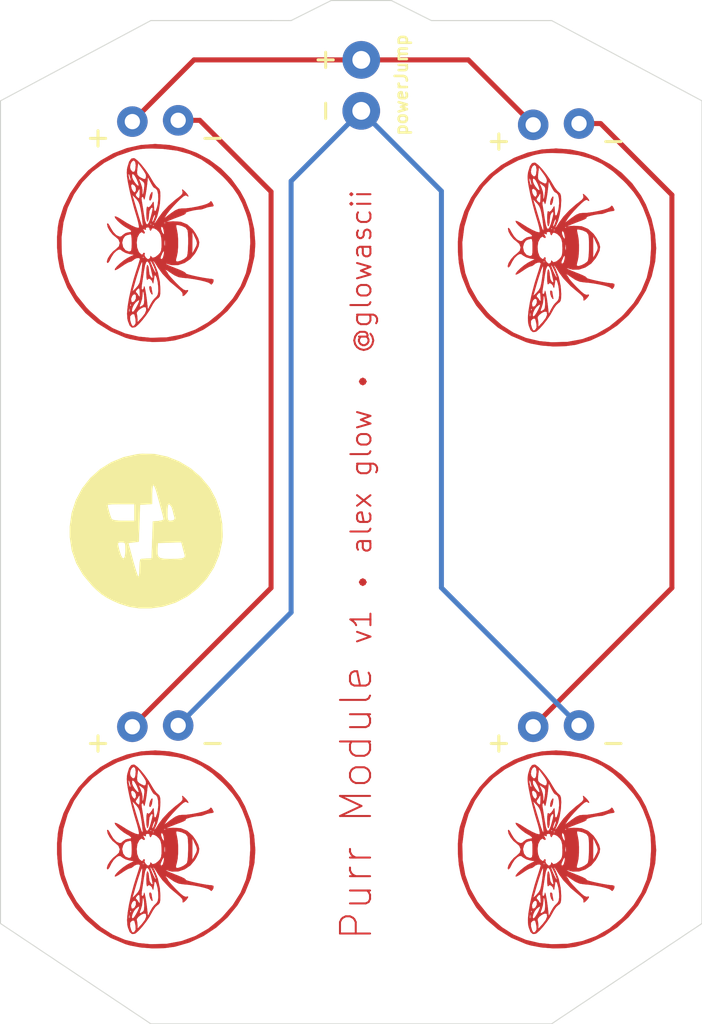
<source format=kicad_pcb>
(kicad_pcb (version 20171130) (host pcbnew "(5.1.5-0-10_14)")

  (general
    (thickness 1.6)
    (drawings 17)
    (tracks 18)
    (zones 0)
    (modules 6)
    (nets 5)
  )

  (page A4)
  (layers
    (0 F.Cu signal)
    (31 B.Cu signal)
    (32 B.Adhes user)
    (33 F.Adhes user)
    (34 B.Paste user)
    (35 F.Paste user)
    (36 B.SilkS user)
    (37 F.SilkS user)
    (38 B.Mask user)
    (39 F.Mask user)
    (40 Dwgs.User user)
    (41 Cmts.User user)
    (42 Eco1.User user)
    (43 Eco2.User user)
    (44 Edge.Cuts user)
    (45 Margin user)
    (46 B.CrtYd user)
    (47 F.CrtYd user)
    (48 B.Fab user)
    (49 F.Fab user)
  )

  (setup
    (last_trace_width 0.25)
    (trace_clearance 0.2)
    (zone_clearance 0.508)
    (zone_45_only no)
    (trace_min 0.2)
    (via_size 0.8)
    (via_drill 0.4)
    (via_min_size 0.4)
    (via_min_drill 0.3)
    (uvia_size 0.3)
    (uvia_drill 0.1)
    (uvias_allowed no)
    (uvia_min_size 0.2)
    (uvia_min_drill 0.1)
    (edge_width 0.05)
    (segment_width 0.2)
    (pcb_text_width 0.3)
    (pcb_text_size 1.5 1.5)
    (mod_edge_width 0.12)
    (mod_text_size 1 1)
    (mod_text_width 0.15)
    (pad_size 1.524 1.524)
    (pad_drill 0.762)
    (pad_to_mask_clearance 0.051)
    (solder_mask_min_width 0.25)
    (aux_axis_origin 0 0)
    (visible_elements FFFFFF7F)
    (pcbplotparams
      (layerselection 0x010fc_ffffffff)
      (usegerberextensions false)
      (usegerberattributes false)
      (usegerberadvancedattributes false)
      (creategerberjobfile false)
      (excludeedgelayer true)
      (linewidth 0.100000)
      (plotframeref false)
      (viasonmask false)
      (mode 1)
      (useauxorigin false)
      (hpglpennumber 1)
      (hpglpenspeed 20)
      (hpglpendiameter 15.000000)
      (psnegative false)
      (psa4output false)
      (plotreference true)
      (plotvalue true)
      (plotinvisibletext false)
      (padsonsilk false)
      (subtractmaskfromsilk false)
      (outputformat 1)
      (mirror false)
      (drillshape 1)
      (scaleselection 1)
      (outputdirectory ""))
  )

  (net 0 "")
  (net 1 "Net-(J1-Pad2)")
  (net 2 "Net-(J1-Pad1)")
  (net 3 "Net-(M1-Pad-)")
  (net 4 "Net-(M3-Pad-)")

  (net_class Default "This is the default net class."
    (clearance 0.2)
    (trace_width 0.25)
    (via_dia 0.8)
    (via_drill 0.4)
    (uvia_dia 0.3)
    (uvia_drill 0.1)
    (add_net "Net-(J1-Pad1)")
    (add_net "Net-(J1-Pad2)")
    (add_net "Net-(M1-Pad-)")
    (add_net "Net-(M3-Pad-)")
  )

  (module alexglow-footprints:hlogoTiny (layer F.Cu) (tedit 600E2129) (tstamp 614D2E5E)
    (at 104.75 90.5 90)
    (fp_text reference " " (at 0 0 90) (layer F.SilkS) hide
      (effects (font (size 1.524 1.524) (thickness 0.3)))
    )
    (fp_text value " " (at 0.75 0 90) (layer F.SilkS) hide
      (effects (font (size 1.524 1.524) (thickness 0.3)))
    )
    (fp_poly (pts (xy 0.96307 -3.698113) (xy 1.600978 -3.489318) (xy 2.182032 -3.178598) (xy 2.69637 -2.775715)
      (xy 3.134135 -2.290431) (xy 3.485466 -1.732507) (xy 3.740505 -1.111707) (xy 3.889393 -0.437792)
      (xy 3.91433 -0.194914) (xy 3.898804 0.440859) (xy 3.765829 1.070276) (xy 3.524451 1.675618)
      (xy 3.183711 2.239169) (xy 2.752655 2.74321) (xy 2.240323 3.170025) (xy 2.17371 3.215279)
      (xy 1.649073 3.495858) (xy 1.054974 3.697845) (xy 0.427584 3.813151) (xy -0.196925 3.833688)
      (xy -0.478527 3.808387) (xy -1.145466 3.658181) (xy -1.76114 3.399154) (xy -2.315181 3.04246)
      (xy -2.797226 2.599249) (xy -3.196906 2.080674) (xy -3.503857 1.497885) (xy -3.586268 1.240831)
      (xy -1.3335 1.240831) (xy -1.327858 1.566507) (xy -1.308084 1.782011) (xy -1.26991 1.903784)
      (xy -1.209067 1.948271) (xy -1.151356 1.942421) (xy -1.027018 1.908362) (xy -0.841359 1.859298)
      (xy -0.775533 1.842201) (xy -0.503316 1.771843) (xy -0.520282 1.227666) (xy 0.5715 1.227666)
      (xy 0.600035 1.390403) (xy 0.687652 1.442385) (xy 0.758683 1.426277) (xy 0.892057 1.386678)
      (xy 1.04775 1.351867) (xy 1.253105 1.28745) (xy 1.375135 1.196004) (xy 1.397 1.135224)
      (xy 1.339082 1.106846) (xy 1.187544 1.086776) (xy 0.98425 1.0795) (xy 0.76212 1.082617)
      (xy 0.638367 1.098811) (xy 0.584401 1.138346) (xy 0.57163 1.211485) (xy 0.5715 1.227666)
      (xy -0.520282 1.227666) (xy -0.521533 1.187546) (xy -0.53975 0.60325) (xy -0.846309 0.583694)
      (xy -1.060921 0.58099) (xy -1.20167 0.619346) (xy -1.283819 0.719348) (xy -1.322631 0.901582)
      (xy -1.333368 1.186635) (xy -1.3335 1.240831) (xy -3.586268 1.240831) (xy -3.707712 0.862034)
      (xy -3.795264 0.240277) (xy -3.795472 -0.315711) (xy -3.787801 -0.367228) (xy -2.2225 -0.367228)
      (xy -2.164373 -0.342718) (xy -2.011402 -0.324958) (xy -1.795706 -0.31754) (xy -1.778 -0.3175)
      (xy -1.516426 -0.308554) (xy -1.370037 -0.280463) (xy -1.32803 -0.238125) (xy -1.321467 -0.123545)
      (xy -1.312876 0.048198) (xy -1.312155 0.0635) (xy -1.30175 0.28575) (xy 0.53975 0.34925)
      (xy 0.559276 0.619125) (xy 0.584913 0.784031) (xy 0.626284 0.879493) (xy 0.644132 0.889)
      (xy 0.732795 0.872874) (xy 0.909176 0.830125) (xy 1.138927 0.769189) (xy 1.196106 0.753379)
      (xy 1.48512 0.673074) (xy 1.778253 0.592012) (xy 2.01285 0.527518) (xy 2.016125 0.526623)
      (xy 2.200326 0.466378) (xy 2.321399 0.407816) (xy 2.3495 0.376494) (xy 2.291214 0.348204)
      (xy 2.137116 0.32732) (xy 1.918344 0.317728) (xy 1.876729 0.3175) (xy 1.403958 0.3175)
      (xy 1.36525 -0.28575) (xy -0.47625 -0.34925) (xy -0.508 -0.609254) (xy -0.53975 -0.869257)
      (xy -1.381125 -0.643106) (xy -1.686833 -0.557519) (xy -1.942925 -0.479312) (xy -2.127131 -0.415788)
      (xy -2.217177 -0.37425) (xy -2.2225 -0.367228) (xy -3.787801 -0.367228) (xy -3.720224 -0.821045)
      (xy -3.632552 -1.09612) (xy -1.309525 -1.09612) (xy -1.210846 -1.044669) (xy -0.990353 -1.018056)
      (xy -0.885253 -1.016) (xy -0.67566 -1.018568) (xy -0.562984 -1.036397) (xy -0.517143 -1.084678)
      (xy -0.515325 -1.103475) (xy 0.5715 -1.103475) (xy 0.5715 -0.5715) (xy 1.397 -0.5715)
      (xy 1.397 -1.23825) (xy 1.393862 -1.511962) (xy 1.385378 -1.731219) (xy 1.372939 -1.86979)
      (xy 1.361619 -1.905) (xy 1.242834 -1.886719) (xy 1.061954 -1.841553) (xy 0.868727 -1.784021)
      (xy 0.712898 -1.728645) (xy 0.650875 -1.69756) (xy 0.604402 -1.591472) (xy 0.577918 -1.364094)
      (xy 0.5715 -1.103475) (xy -0.515325 -1.103475) (xy -0.508055 -1.178601) (xy -0.508 -1.2065)
      (xy -0.509841 -1.321659) (xy -0.534892 -1.377726) (xy -0.612444 -1.384062) (xy -0.77179 -1.350028)
      (xy -0.876756 -1.324336) (xy -1.142273 -1.24347) (xy -1.286599 -1.164892) (xy -1.309525 -1.09612)
      (xy -3.632552 -1.09612) (xy -3.559715 -1.324646) (xy -3.416173 -1.651) (xy -3.255506 -1.958811)
      (xy -3.083537 -2.217173) (xy -2.866492 -2.472412) (xy -2.671818 -2.671886) (xy -2.127245 -3.131612)
      (xy -1.54339 -3.470844) (xy -0.916452 -3.691027) (xy -0.242632 -3.793608) (xy 0.278165 -3.795221)
      (xy 0.96307 -3.698113)) (layer F.SilkS) (width 0.01))
  )

  (module alexglow-footprints:bee-vibe-cu (layer F.Cu) (tedit 614CD706) (tstamp 614CD624)
    (at 125.22231 106.291567)
    (path /614CE214)
    (fp_text reference M4 (at 0 6.223) (layer F.SilkS) hide
      (effects (font (size 1.524 1.524) (thickness 0.3)))
    )
    (fp_text value MOTOR10MM (at 0.75 0) (layer F.SilkS) hide
      (effects (font (size 1.524 1.524) (thickness 0.3)))
    )
    (fp_poly (pts (xy -0.289104 -2.263081) (xy -0.249185 -2.398814) (xy -0.187409 -2.503622) (xy -0.186007 -2.505075)
      (xy -0.144597 -2.52342) (xy -0.138376 -2.448188) (xy -0.166615 -2.265695) (xy -0.171815 -2.238375)
      (xy -0.218165 -2.126826) (xy -0.265301 -2.0955) (xy -0.297649 -2.145589) (xy -0.289104 -2.263081)) (layer F.Cu) (width 0.01))
    (fp_poly (pts (xy -0.264431 2.159199) (xy -0.260884 2.159) (xy -0.194951 2.209075) (xy -0.189633 2.238375)
      (xy -0.174346 2.358594) (xy -0.149245 2.4765) (xy -0.134856 2.580962) (xy -0.173369 2.575413)
      (xy -0.177368 2.57175) (xy -0.244769 2.468347) (xy -0.288226 2.333096) (xy -0.29802 2.214034)
      (xy -0.264431 2.159199)) (layer F.Cu) (width 0.01))
    (fp_poly (pts (xy -2.367711 0.789788) (xy -2.254842 0.609114) (xy -2.106557 0.438776) (xy -1.967577 0.329661)
      (xy -1.812777 0.184394) (xy -1.768945 0.009448) (xy -1.836282 -0.162728) (xy -1.963838 -0.272894)
      (xy -2.126199 -0.405861) (xy -2.271178 -0.586103) (xy -2.372003 -0.772943) (xy -2.4019 -0.925705)
      (xy -2.40028 -0.935979) (xy -2.366026 -0.962479) (xy -2.296269 -0.870475) (xy -2.230247 -0.744392)
      (xy -2.103119 -0.538034) (xy -1.95957 -0.385294) (xy -1.906207 -0.349873) (xy -1.774208 -0.294624)
      (xy -1.688008 -0.314895) (xy -1.617118 -0.383356) (xy -1.477058 -0.479505) (xy -1.359156 -0.508)
      (xy -1.219042 -0.527832) (xy -1.197603 -0.582847) (xy -1.293628 -0.666323) (xy -1.397877 -0.72281)
      (xy -1.561755 -0.821332) (xy -1.732319 -0.952718) (xy -1.883346 -1.092194) (xy -1.988607 -1.214988)
      (xy -2.021879 -1.296328) (xy -2.016248 -1.306919) (xy -1.946639 -1.296507) (xy -1.809988 -1.227895)
      (xy -1.703088 -1.160649) (xy -1.427795 -0.986414) (xy -1.179198 -0.850224) (xy -0.97919 -0.762402)
      (xy -0.849664 -0.733267) (xy -0.818472 -0.743628) (xy -0.814603 -0.822614) (xy -0.846411 -0.993158)
      (xy -0.907755 -1.226896) (xy -0.960205 -1.398184) (xy -1.058739 -1.728841) (xy -1.164103 -2.123199)
      (xy -1.229225 -2.39165) (xy -1.229225 -3.075654) (xy -1.233313 -3.149342) (xy -1.245255 -3.20675)
      (xy -1.282028 -3.348984) (xy -1.310658 -3.423679) (xy -1.310683 -3.423708) (xy -1.334843 -3.416084)
      (xy -1.332417 -3.332329) (xy -1.309896 -3.218928) (xy -1.273768 -3.122368) (xy -1.267099 -3.1115)
      (xy -1.229225 -3.075654) (xy -1.229225 -2.39165) (xy -1.260364 -2.520014) (xy -1.304938 -2.723278)
      (xy -1.371547 -3.061422) (xy -1.40898 -3.3088) (xy -1.419856 -3.497602) (xy -1.406796 -3.660015)
      (xy -1.389014 -3.756078) (xy -1.304979 -4.032167) (xy -1.198084 -4.184302) (xy -1.068746 -4.211997)
      (xy -1.017177 -4.191629) (xy -0.876642 -4.08096) (xy -0.6979 -3.890465) (xy -0.505631 -3.650658)
      (xy -0.324512 -3.392052) (xy -0.194936 -3.175) (xy -0.073967 -2.97529) (xy 0.047184 -2.81607)
      (xy 0.123262 -2.745836) (xy 0.202618 -2.67184) (xy 0.242311 -2.550678) (xy 0.253934 -2.344621)
      (xy 0.254 -2.320337) (xy 0.232921 -1.973608) (xy 0.176136 -1.617632) (xy 0.093321 -1.302263)
      (xy 0.022396 -1.127125) (xy -0.038915 -0.992738) (xy -0.038939 -0.95716) (xy 0.013169 -1.013527)
      (xy 0.108253 -1.154973) (xy 0.149432 -1.222375) (xy 0.368029 -1.522982) (xy 0.664468 -1.840069)
      (xy 1.001865 -2.135643) (xy 1.12918 -2.231575) (xy 1.29159 -2.361032) (xy 1.362211 -2.459697)
      (xy 1.361257 -2.556653) (xy 1.359418 -2.56288) (xy 1.338427 -2.646575) (xy 1.364764 -2.649334)
      (xy 1.459004 -2.568181) (xy 1.484362 -2.544806) (xy 1.584636 -2.436278) (xy 1.643209 -2.345322)
      (xy 1.649765 -2.297717) (xy 1.593988 -2.319238) (xy 1.565888 -2.341085) (xy 1.503264 -2.356316)
      (xy 1.407659 -2.308022) (xy 1.261837 -2.184399) (xy 1.088098 -2.013878) (xy 0.891622 -1.805907)
      (xy 0.716786 -1.605091) (xy 0.594069 -1.44689) (xy 0.572788 -1.414383) (xy 0.450155 -1.21273)
      (xy 0.778377 -1.461152) (xy 1.001878 -1.612893) (xy 1.179707 -1.686832) (xy 1.331174 -1.700888)
      (xy 1.547828 -1.708953) (xy 1.812705 -1.742376) (xy 2.09266 -1.793936) (xy 2.354547 -1.856415)
      (xy 2.565222 -1.922594) (xy 2.691539 -1.985254) (xy 2.706776 -2.000488) (xy 2.771687 -2.068565)
      (xy 2.822665 -2.03044) (xy 2.852459 -1.977918) (xy 2.909936 -1.857977) (xy 2.887543 -1.809762)
      (xy 2.764867 -1.792777) (xy 2.758883 -1.792282) (xy 2.582385 -1.756226) (xy 2.477308 -1.714932)
      (xy 2.314995 -1.660596) (xy 2.2298 -1.651) (xy 2.085999 -1.63903) (xy 1.908294 -1.608692)
      (xy 1.730569 -1.568345) (xy 1.58671 -1.526345) (xy 1.510598 -1.491051) (xy 1.515659 -1.47485)
      (xy 1.512029 -1.4399) (xy 1.410867 -1.381506) (xy 1.293409 -1.334222) (xy 1.060088 -1.24781)
      (xy 0.834818 -1.159891) (xy 0.762 -1.129984) (xy 0.53975 -1.036417) (xy 0.889 -1.062109)
      (xy 1.270047 -1.039637) (xy 1.592877 -0.908062) (xy 1.866724 -0.66234) (xy 2.019549 -0.4445)
      (xy 2.144493 -0.208668) (xy 2.194057 -0.014318) (xy 2.166429 0.178013) (xy 2.059792 0.407788)
      (xy 1.973667 0.553296) (xy 1.846823 0.703076) (xy 1.846823 0.53975) (xy 1.9685 0.3175)
      (xy 2.054128 0.149157) (xy 2.08213 0.026574) (xy 2.052816 -0.10425) (xy 1.971974 -0.28575)
      (xy 1.85178 -0.53975) (xy 1.849301 0) (xy 1.846823 0.53975) (xy 1.846823 0.703076)
      (xy 1.749762 0.817689) (xy 1.463878 1.009087) (xy 1.147052 1.114968) (xy 1.12693 1.115466)
      (xy 1.12693 0.94314) (xy 1.273314 0.899826) (xy 1.429937 0.821269) (xy 1.551432 0.728362)
      (xy 1.58788 0.676247) (xy 1.615428 0.541473) (xy 1.634531 0.320465) (xy 1.644463 0.053754)
      (xy 1.6445 -0.218128) (xy 1.633914 -0.454652) (xy 1.61198 -0.615284) (xy 1.61107 -0.618766)
      (xy 1.515354 -0.748989) (xy 1.325778 -0.835315) (xy 1.16411 -0.875005) (xy 1.061323 -0.883959)
      (xy 1.048426 -0.879093) (xy 1.044127 -0.804235) (xy 1.072801 -0.659484) (xy 1.080585 -0.631213)
      (xy 1.120262 -0.406401) (xy 1.139079 -0.114063) (xy 1.137344 0.197846) (xy 1.11536 0.481369)
      (xy 1.073434 0.68855) (xy 1.072158 0.692266) (xy 1.033501 0.838801) (xy 1.033311 0.926376)
      (xy 1.036153 0.930321) (xy 1.12693 0.94314) (xy 1.12693 1.115466) (xy 0.830316 1.122812)
      (xy 0.66675 1.080557) (xy 0.556617 1.046931) (xy 0.533194 1.058442) (xy 0.53975 1.065151)
      (xy 0.626012 1.112929) (xy 0.798834 1.189163) (xy 1.025197 1.27953) (xy 1.092827 1.305097)
      (xy 1.307925 1.392686) (xy 1.457983 1.468105) (xy 1.519752 1.519035) (xy 1.515652 1.52916)
      (xy 1.547385 1.554719) (xy 1.675298 1.595074) (xy 1.870317 1.644035) (xy 2.103367 1.695413)
      (xy 2.345375 1.74302) (xy 2.567266 1.780667) (xy 2.739966 1.802164) (xy 2.809875 1.804655)
      (xy 2.905489 1.838262) (xy 2.90357 1.943258) (xy 2.856527 2.032) (xy 2.794717 2.092695)
      (xy 2.739063 2.042108) (xy 2.651355 1.990346) (xy 2.467893 1.931357) (xy 2.219177 1.871661)
      (xy 1.935707 1.81778) (xy 1.647981 1.776235) (xy 1.390353 1.75373) (xy 1.173026 1.720342)
      (xy 0.962029 1.629486) (xy 0.755353 1.495417) (xy 0.601935 1.391729) (xy 0.515883 1.345383)
      (xy 0.513635 1.364994) (xy 0.51935 1.371706) (xy 0.602214 1.480958) (xy 0.629949 1.540381)
      (xy 0.673065 1.604655) (xy 0.78507 1.736048) (xy 0.945675 1.911257) (xy 1.03042 2.000291)
      (xy 1.252138 2.217839) (xy 1.410262 2.341571) (xy 1.516358 2.380044) (xy 1.538946 2.376507)
      (xy 1.634245 2.363108) (xy 1.632065 2.418721) (xy 1.541637 2.539275) (xy 1.434749 2.640717)
      (xy 1.368677 2.661285) (xy 1.3653 2.595797) (xy 1.370991 2.579685) (xy 1.346264 2.486596)
      (xy 1.237574 2.3673) (xy 1.205387 2.34156) (xy 0.733632 1.946495) (xy 0.479816 1.679241)
      (xy 0.479816 0.177329) (xy 0.490339 0.101005) (xy 0.491986 0.03175) (xy 0.486875 -0.098938)
      (xy 0.47625 -0.123843) (xy 0.47625 -0.9525) (xy 0.508 -0.98425) (xy 0.47625 -1.016)
      (xy 0.4445 -0.98425) (xy 0.47625 -0.9525) (xy 0.47625 -0.123843) (xy 0.472485 -0.132669)
      (xy 0.46437 -0.111865) (xy 0.452542 0.040626) (xy 0.463088 0.142135) (xy 0.479816 0.177329)
      (xy 0.479816 1.679241) (xy 0.35934 1.552386) (xy 0.312843 1.488165) (xy 0.312843 0.8255)
      (xy 0.378327 0.766466) (xy 0.423425 0.606198) (xy 0.436742 0.47625) (xy 0.429776 0.412933)
      (xy 0.408583 0.436238) (xy 0.408583 -0.418563) (xy 0.434667 -0.420088) (xy 0.437494 -0.47625)
      (xy 0.411985 -0.646734) (xy 0.38749 -0.726035) (xy 0.334005 -0.802414) (xy 0.293886 -0.775165)
      (xy 0.289559 -0.672612) (xy 0.342499 -0.527962) (xy 0.34389 -0.52538) (xy 0.408583 -0.418563)
      (xy 0.408583 0.436238) (xy 0.389584 0.457131) (xy 0.348858 0.531134) (xy 0.268542 0.712642)
      (xy 0.265844 0.806181) (xy 0.312843 0.8255) (xy 0.312843 1.488165) (xy 0.14624 1.258052)
      (xy 0.012237 1.0481) (xy -0.074885 0.926007) (xy -0.109706 0.896969) (xy -0.086802 0.966184)
      (xy -0.02349 1.095375) (xy 0.129224 1.486604) (xy 0.225534 1.939035) (xy 0.253246 2.322895)
      (xy 0.247446 2.544861) (xy 0.221604 2.676267) (xy 0.164687 2.753234) (xy 0.111125 2.788259)
      (xy 0.00075 2.890992) (xy -0.118857 3.062897) (xy -0.172767 3.164114) (xy -0.295549 3.382336)
      (xy -0.367974 3.488172) (xy -0.367974 3.33312) (xy -0.239018 3.079435) (xy -0.140272 2.911975)
      (xy -0.046224 2.794215) (xy -0.019229 2.772702) (xy 0.076818 2.67344) (xy 0.127032 2.582202)
      (xy 0.1543 2.418977) (xy 0.149671 2.18836) (xy 0.118404 1.944407) (xy 0.065756 1.741168)
      (xy 0.03954 1.68275) (xy 0.030345 1.669836) (xy 0.030345 1.524) (xy 0.030127 1.473377)
      (xy -0.010892 1.347215) (xy -0.077746 1.184074) (xy -0.155467 1.022517) (xy -0.185079 0.968974)
      (xy -0.237416 0.897018) (xy -0.25207 0.899611) (xy -0.229971 0.985657) (xy -0.172504 1.132533)
      (xy -0.098605 1.298368) (xy -0.027213 1.441292) (xy 0.022732 1.519432) (xy 0.030345 1.524)
      (xy 0.030345 1.669836) (xy -0.00506 1.620109) (xy -0.034458 1.645271) (xy -0.060093 1.774901)
      (xy -0.069414 1.8415) (xy -0.093343 1.987065) (xy -0.111732 2.041916) (xy -0.117463 2.023901)
      (xy -0.171612 1.898688) (xy -0.22709 1.837484) (xy -0.317143 1.787327) (xy -0.380774 1.83922)
      (xy -0.384868 1.845584) (xy -0.417681 1.844811) (xy -0.437371 1.720095) (xy -0.443528 1.504378)
      (xy -0.435656 1.265982) (xy -0.411953 1.13304) (xy -0.381 1.11125) (xy -0.33987 1.19478)
      (xy -0.318397 1.351823) (xy -0.3175 1.392973) (xy -0.287919 1.596758) (xy -0.213992 1.721354)
      (xy -0.148404 1.765051) (xy -0.131678 1.72765) (xy -0.154648 1.588154) (xy -0.155031 1.586255)
      (xy -0.235286 1.2437) (xy -0.312213 1.025818) (xy -0.347016 0.981332) (xy -0.347016 0.8255)
      (xy -0.265824 0.773176) (xy -0.248987 0.714375) (xy -0.232725 0.654201) (xy -0.211946 0.682625)
      (xy -0.130972 0.756393) (xy 0.003527 0.718879) (xy 0.149477 0.606283) (xy 0.243248 0.503768)
      (xy 0.294045 0.389468) (xy 0.314489 0.221095) (xy 0.3175 0.043346) (xy 0.305156 -0.222707)
      (xy 0.262272 -0.403305) (xy 0.192031 -0.523379) (xy 0.065346 -0.646794) (xy -0.062037 -0.715632)
      (xy -0.09525 -0.716668) (xy -0.09525 -0.8255) (xy -0.0635 -0.85725) (xy -0.09525 -0.889)
      (xy -0.127 -0.85725) (xy -0.09525 -0.8255) (xy -0.09525 -0.716668) (xy -0.145632 -0.718241)
      (xy -0.145632 -1.019033) (xy -0.09807 -1.085443) (xy -0.065479 -1.158875) (xy -0.008758 -1.329465)
      (xy -0.01822 -1.395807) (xy -0.025539 -1.397) (xy -0.061593 -1.344107) (xy -0.114191 -1.215862)
      (xy -0.117485 -1.2065) (xy -0.155825 -1.062793) (xy -0.145632 -1.019033) (xy -0.145632 -0.718241)
      (xy -0.157871 -0.718624) (xy -0.1905 -0.657057) (xy -0.22225 -0.59839) (xy -0.22225 -0.889)
      (xy -0.1905 -0.92075) (xy -0.22225 -0.9525) (xy -0.254 -0.92075) (xy -0.22225 -0.889)
      (xy -0.22225 -0.59839) (xy -0.223339 -0.596377) (xy -0.255036 -0.60389) (xy -0.291668 -0.679991)
      (xy -0.283039 -0.702887) (xy -0.305272 -0.749065) (xy -0.381 -0.762) (xy -0.396665 -0.757803)
      (xy -0.396665 -0.901919) (xy -0.327999 -0.982429) (xy -0.251346 -1.187233) (xy -0.230618 -1.25829)
      (xy -0.160113 -1.524014) (xy -0.129997 -1.683386) (xy -0.140015 -1.750376) (xy -0.189909 -1.738952)
      (xy -0.22225 -1.7145) (xy -0.289117 -1.590931) (xy -0.317247 -1.384779) (xy -0.3175 -1.361222)
      (xy -0.331012 -1.184253) (xy -0.364933 -1.06663) (xy -0.381 -1.04775) (xy -0.416648 -1.082968)
      (xy -0.437986 -1.233213) (xy -0.443528 -1.440877) (xy -0.436451 -1.647401) (xy -0.418503 -1.772823)
      (xy -0.39299 -1.794917) (xy -0.391228 -1.792374) (xy -0.332304 -1.751661) (xy -0.249034 -1.815854)
      (xy -0.241736 -1.824124) (xy -0.147564 -1.955101) (xy -0.10855 -2.032) (xy -0.088172 -2.031373)
      (xy -0.073256 -1.927902) (xy -0.068514 -1.812925) (xy -0.052047 -1.625777) (xy -0.015186 -1.559176)
      (xy 0.035153 -1.609636) (xy 0.092053 -1.773676) (xy 0.123337 -1.909553) (xy 0.15372 -2.164638)
      (xy 0.145965 -2.4044) (xy 0.104058 -2.591093) (xy 0.041796 -2.681697) (xy -0.052558 -2.736506)
      (xy -0.070798 -2.745342) (xy -0.120776 -2.807426) (xy -0.20122 -2.944254) (xy -0.238909 -3.015934)
      (xy -0.367974 -3.269619) (xy -0.409726 -2.888934) (xy -0.440116 -2.652914) (xy -0.475622 -2.436747)
      (xy -0.511056 -2.26431) (xy -0.541226 -2.159482) (xy -0.560942 -2.146138) (xy -0.564938 -2.174875)
      (xy -0.60434 -2.269241) (xy -0.626094 -2.278686) (xy -0.626094 -2.387954) (xy -0.596849 -2.470396)
      (xy -0.572005 -2.6035) (xy -0.543015 -2.816172) (xy -0.544634 -2.942455) (xy -0.559007 -2.96991)
      (xy -0.559007 -3.164623) (xy -0.490307 -3.185194) (xy -0.484879 -3.195903) (xy -0.456229 -3.304614)
      (xy -0.477378 -3.413237) (xy -0.560786 -3.558501) (xy -0.650875 -3.685321) (xy -0.85725 -3.966661)
      (xy -0.891455 -3.713705) (xy -0.911791 -3.508201) (xy -0.890924 -3.383682) (xy -0.811736 -3.296437)
      (xy -0.701122 -3.227653) (xy -0.559007 -3.164623) (xy -0.559007 -2.96991) (xy -0.585803 -3.021096)
      (xy -0.675464 -3.090845) (xy -0.6861 -3.097932) (xy -0.825489 -3.190483) (xy -0.726582 -2.953764)
      (xy -0.664652 -2.766122) (xy -0.637902 -2.604775) (xy -0.638366 -2.580898) (xy -0.642561 -2.423893)
      (xy -0.626094 -2.387954) (xy -0.626094 -2.278686) (xy -0.642938 -2.286) (xy -0.687147 -2.23209)
      (xy -0.679972 -2.111375) (xy -0.65466 -1.966488) (xy -0.618509 -1.739491) (xy -0.57842 -1.474027)
      (xy -0.569479 -1.412875) (xy -0.515931 -1.11647) (xy -0.458818 -0.946375) (xy -0.396665 -0.901919)
      (xy -0.396665 -0.757803) (xy -0.474384 -0.736978) (xy -0.469581 -0.687708) (xy -0.466355 -0.640844)
      (xy -0.538315 -0.657412) (xy -0.615289 -0.677685) (xy -0.591046 -0.627339) (xy -0.571433 -0.603169)
      (xy -0.523695 -0.504598) (xy -0.534154 -0.460679) (xy -0.599516 -0.463886) (xy -0.627253 -0.495464)
      (xy -0.637242 -0.500998) (xy -0.637242 -0.8255) (xy -0.627581 -0.883558) (xy -0.636808 -1.039486)
      (xy -0.662756 -1.265907) (xy -0.683719 -1.412875) (xy -0.733281 -1.706409) (xy -0.783091 -1.906671)
      (xy -0.831615 -2.016688) (xy -0.831615 -2.211197) (xy -0.796176 -2.228126) (xy -0.781493 -2.337503)
      (xy -0.776872 -2.461481) (xy -0.778463 -2.615107) (xy -0.792089 -2.680827) (xy -0.805087 -2.667)
      (xy -0.868358 -2.555161) (xy -0.868358 -2.836803) (xy -0.827407 -2.843066) (xy -0.8255 -2.859174)
      (xy -0.850648 -2.966694) (xy -0.913315 -3.131801) (xy -0.936625 -3.184308) (xy -1.029791 -3.346373)
      (xy -1.109857 -3.420582) (xy -1.128094 -3.413178) (xy -1.128094 -3.524636) (xy -1.043154 -3.53003)
      (xy -0.996486 -3.631715) (xy -0.972568 -3.856739) (xy -0.996279 -4.020013) (xy -1.062788 -4.094024)
      (xy -1.077971 -4.09575) (xy -1.170017 -4.040921) (xy -1.236803 -3.910597) (xy -1.26125 -3.756016)
      (xy -1.231275 -3.635803) (xy -1.128094 -3.524636) (xy -1.128094 -3.413178) (xy -1.159202 -3.400547)
      (xy -1.160206 -3.279885) (xy -1.157406 -3.264308) (xy -1.112984 -3.146462) (xy -1.03446 -3.016958)
      (xy -0.945146 -2.904252) (xy -0.868358 -2.836803) (xy -0.868358 -2.555161) (xy -0.877563 -2.53889)
      (xy -0.929551 -2.470931) (xy -0.981273 -2.381252) (xy -0.936217 -2.298611) (xy -0.901336 -2.265413)
      (xy -0.831615 -2.211197) (xy -0.831615 -2.016688) (xy -0.844923 -2.046862) (xy -0.93055 -2.160187)
      (xy -0.959535 -2.19075) (xy -1.041481 -2.274417) (xy -1.041481 -2.505473) (xy -1.012814 -2.510219)
      (xy -0.957798 -2.607761) (xy -0.970479 -2.746321) (xy -1.0287 -2.8448) (xy -1.136972 -2.916186)
      (xy -1.198352 -2.878874) (xy -1.2065 -2.821575) (xy -1.179174 -2.684038) (xy -1.115177 -2.564218)
      (xy -1.041481 -2.505473) (xy -1.041481 -2.274417) (xy -1.146115 -2.38125) (xy -1.050236 -2.06375)
      (xy -0.981549 -1.835426) (xy -0.895928 -1.549622) (xy -0.817178 -1.285875) (xy -0.746471 -1.0661)
      (xy -0.684175 -0.903389) (xy -0.641962 -0.827607) (xy -0.637242 -0.8255) (xy -0.637242 -0.500998)
      (xy -0.686939 -0.528536) (xy -0.780354 -0.458806) (xy -0.798426 -0.439334) (xy -0.892931 -0.254956)
      (xy -0.928668 -0.010406) (xy -0.906729 0.24334) (xy -0.828204 0.455304) (xy -0.777875 0.520348)
      (xy -0.682033 0.596013) (xy -0.635769 0.592893) (xy -0.635 0.585612) (xy -0.587543 0.513213)
      (xy -0.560917 0.508) (xy -0.517217 0.532569) (xy -0.526933 0.5481) (xy -0.536459 0.631892)
      (xy -0.479035 0.738684) (xy -0.389233 0.81517) (xy -0.347016 0.8255) (xy -0.347016 0.981332)
      (xy -0.384813 0.933017) (xy -0.452087 0.965707) (xy -0.513036 1.124296) (xy -0.566662 1.409192)
      (xy -0.567827 1.417417) (xy -0.60325 1.663733) (xy -0.60325 0.762) (xy -0.5715 0.73025)
      (xy -0.60325 0.6985) (xy -0.635 0.73025) (xy -0.60325 0.762) (xy -0.60325 1.663733)
      (xy -0.607097 1.690484) (xy -0.644512 1.940671) (xy -0.673007 2.120923) (xy -0.676785 2.143125)
      (xy -0.684404 2.296786) (xy -0.642067 2.3495) (xy -0.584364 2.295542) (xy -0.5647 2.206625)
      (xy -0.552338 2.16489) (xy -0.527783 2.228021) (xy -0.495382 2.374968) (xy -0.459486 2.584677)
      (xy -0.424442 2.836098) (xy -0.410645 2.952435) (xy -0.367974 3.33312) (xy -0.367974 3.488172)
      (xy -0.461069 3.624214) (xy -0.645097 3.859563) (xy -0.823401 4.0582) (xy -0.885564 4.113404)
      (xy -0.885564 3.96875) (xy -0.665032 3.731558) (xy -0.515883 3.535461) (xy -0.447017 3.364482)
      (xy -0.466034 3.241988) (xy -0.496612 3.213789) (xy -0.592703 3.21669) (xy -0.724161 3.283797)
      (xy -0.757427 3.310516) (xy -0.757427 3.202012) (xy -0.659351 3.147765) (xy -0.589423 3.095538)
      (xy -0.557614 3.008411) (xy -0.546468 2.84633) (xy -0.554303 2.65936) (xy -0.579434 2.497565)
      (xy -0.612196 2.418292) (xy -0.627653 2.454467) (xy -0.63492 2.578013) (xy -0.635 2.594957)
      (xy -0.660776 2.796653) (xy -0.723287 3.00912) (xy -0.727993 3.020643) (xy -0.77714 3.16135)
      (xy -0.757427 3.202012) (xy -0.757427 3.310516) (xy -0.790898 3.337399) (xy -0.790898 2.697856)
      (xy -0.772103 2.668029) (xy -0.772694 2.53011) (xy -0.774283 2.493698) (xy -0.7859 2.329523)
      (xy -0.811057 2.271352) (xy -0.866243 2.298223) (xy -0.902838 2.330273) (xy -0.97135 2.421397)
      (xy -0.964449 2.471825) (xy -0.891167 2.551867) (xy -0.835894 2.63525) (xy -0.790898 2.697856)
      (xy -0.790898 3.337399) (xy -0.84845 3.383625) (xy -0.923037 3.48469) (xy -0.926549 3.532037)
      (xy -0.896915 3.669754) (xy -0.887282 3.799319) (xy -0.885564 3.96875) (xy -0.885564 4.113404)
      (xy -0.971748 4.189941) (xy -1.018667 4.217784) (xy -1.087802 4.225072) (xy -1.087802 4.155268)
      (xy -1.041845 4.1226) (xy -0.976358 4.017439) (xy -0.979591 3.845442) (xy -0.985061 3.814073)
      (xy -1.018754 3.658945) (xy -1.047109 3.569355) (xy -1.050675 3.564031) (xy -1.110611 3.562814)
      (xy -1.110611 3.451718) (xy -1.047126 3.386629) (xy -0.962321 3.25408) (xy -0.878052 3.095725)
      (xy -0.816177 2.953218) (xy -0.798549 2.868211) (xy -0.801463 2.862542) (xy -0.858641 2.882515)
      (xy -0.965319 2.966887) (xy -0.978025 2.978652) (xy -1.068771 3.095593) (xy -1.107534 3.177133)
      (xy -1.107534 2.970183) (xy -1.0287 2.9083) (xy -0.962343 2.780634) (xy -0.9625 2.640045)
      (xy -0.994283 2.582885) (xy -1.069939 2.574338) (xy -1.138204 2.640431) (xy -1.138204 2.430633)
      (xy -0.982944 2.284773) (xy -0.860806 2.142971) (xy -0.786252 2.008374) (xy -0.74415 1.830139)
      (xy -0.701895 1.580279) (xy -0.667443 1.313908) (xy -0.648751 1.086144) (xy -0.647562 1.04775)
      (xy -0.652207 0.960191) (xy -0.675687 0.970502) (xy -0.725422 1.088006) (xy -0.763872 1.193859)
      (xy -0.845358 1.436826) (xy -0.937943 1.73287) (xy -1.010835 1.98055) (xy -1.138204 2.430633)
      (xy -1.138204 2.640431) (xy -1.149143 2.651023) (xy -1.200646 2.77603) (xy -1.2065 2.833526)
      (xy -1.181512 2.960421) (xy -1.107534 2.970183) (xy -1.107534 3.177133) (xy -1.135478 3.235916)
      (xy -1.168211 3.364164) (xy -1.15703 3.444879) (xy -1.110611 3.451718) (xy -1.110611 3.562814)
      (xy -1.121198 3.562598) (xy -1.172012 3.577913) (xy -1.248834 3.665108) (xy -1.248834 3.153834)
      (xy -1.211083 3.145117) (xy -1.2065 3.1115) (xy -1.229734 3.059233) (xy -1.248834 3.069167)
      (xy -1.256434 3.144527) (xy -1.248834 3.153834) (xy -1.248834 3.665108) (xy -1.255051 3.672165)
      (xy -1.258217 3.850358) (xy -1.205448 4.035019) (xy -1.149039 4.147906) (xy -1.087802 4.155268)
      (xy -1.087802 4.225072) (xy -1.162223 4.232918) (xy -1.275644 4.131867) (xy -1.288878 4.098015)
      (xy -1.288878 3.452853) (xy -1.280027 3.3655) (xy -1.290006 3.275354) (xy -1.312055 3.286125)
      (xy -1.320442 3.416132) (xy -1.312055 3.444875) (xy -1.288878 3.452853) (xy -1.288878 4.098015)
      (xy -1.361975 3.91103) (xy -1.39183 3.77675) (xy -1.405619 3.527468) (xy -1.376223 3.182745)
      (xy -1.307814 2.764982) (xy -1.204562 2.296577) (xy -1.070638 1.799933) (xy -0.954684 1.42875)
      (xy -0.872396 1.176304) (xy -0.807787 0.97001) (xy -0.769845 0.838992) (xy -0.763602 0.809625)
      (xy -0.809115 0.764873) (xy -0.915529 0.769475) (xy -1.030388 0.815523) (xy -1.079501 0.85725)
      (xy -1.192043 0.938162) (xy -1.254317 0.9525) (xy -1.354371 0.987678) (xy -1.516099 1.078908)
      (xy -1.665512 1.179114) (xy -1.836376 1.292353) (xy -1.964985 1.359992) (xy -2.018005 1.368662)
      (xy -2.005291 1.301228) (xy -1.913028 1.185477) (xy -1.766509 1.044769) (xy -1.591028 0.902464)
      (xy -1.411877 0.781921) (xy -1.340227 0.742702) (xy -1.061003 0.603251) (xy -1.292294 0.565656)
      (xy -1.307784 0.561093) (xy -1.307784 0.444344) (xy -1.238047 0.433653) (xy -1.198088 0.383564)
      (xy -1.17974 0.266744) (xy -1.174837 0.05586) (xy -1.17475 -0.000912) (xy -1.180223 -0.240349)
      (xy -1.199294 -0.372574) (xy -1.235944 -0.417009) (xy -1.259319 -0.413506) (xy -1.372515 -0.383203)
      (xy -1.397658 -0.381) (xy -1.510329 -0.325159) (xy -1.603991 -0.187537) (xy -1.649981 -0.012987)
      (xy -1.651 0.015411) (xy -1.605245 0.226231) (xy -1.485773 0.380248) (xy -1.319275 0.444108)
      (xy -1.307784 0.444344) (xy -1.307784 0.561093) (xy -1.484919 0.508908) (xy -1.640659 0.42176)
      (xy -1.649166 0.414411) (xy -1.745288 0.341071) (xy -1.827954 0.343522) (xy -1.942539 0.410704)
      (xy -2.07662 0.541798) (xy -2.195064 0.726286) (xy -2.214041 0.767678) (xy -2.298202 0.934858)
      (xy -2.367015 1.012301) (xy -2.407361 0.988853) (xy -2.412763 0.936625) (xy -2.367711 0.789788)) (layer F.Cu) (width 0.01))
    (fp_poly (pts (xy -4.858978 -0.777725) (xy -4.801497 -1.099759) (xy -4.577223 -1.790942) (xy -4.244137 -2.461759)
      (xy -3.820025 -3.08171) (xy -3.342759 -3.601618) (xy -2.743492 -4.080752) (xy -2.097856 -4.44946)
      (xy -1.417998 -4.710035) (xy -0.716067 -4.864767) (xy -0.004212 -4.915946) (xy 0.705422 -4.865863)
      (xy 1.400684 -4.716809) (xy 2.069428 -4.471075) (xy 2.699505 -4.130951) (xy 3.278768 -3.698729)
      (xy 3.795069 -3.176698) (xy 4.236259 -2.56715) (xy 4.475964 -2.12725) (xy 4.758736 -1.412307)
      (xy 4.931863 -0.678597) (xy 4.991855 0.052901) (xy 4.945632 0.696003) (xy 4.769239 1.451586)
      (xy 4.48085 2.161198) (xy 4.090389 2.814422) (xy 3.607783 3.400836) (xy 3.042957 3.910021)
      (xy 2.405838 4.331557) (xy 1.706351 4.655024) (xy 0.973151 4.866164) (xy 0.441809 4.936983)
      (xy -0.139868 4.948246) (xy -0.22225 4.941794) (xy -0.22225 4.744938) (xy 0.573315 4.722685)
      (xy 1.314391 4.586131) (xy 2.004749 4.333824) (xy 2.648163 3.964312) (xy 3.248406 3.47614)
      (xy 3.363872 3.363873) (xy 3.868596 2.785795) (xy 4.254694 2.175408) (xy 4.526227 1.522315)
      (xy 4.687253 0.816122) (xy 4.741832 0.046434) (xy 4.739274 -0.15875) (xy 4.724515 -0.522616)
      (xy 4.698871 -0.803707) (xy 4.655175 -1.046192) (xy 4.586258 -1.29424) (xy 4.525337 -1.477087)
      (xy 4.338671 -1.956609) (xy 4.127742 -2.365449) (xy 3.86752 -2.742972) (xy 3.532975 -3.12854)
      (xy 3.3655 -3.301124) (xy 2.832298 -3.781963) (xy 2.293342 -4.149331) (xy 1.725279 -4.41338)
      (xy 1.104757 -4.584262) (xy 0.408423 -4.672127) (xy 0.185147 -4.683673) (xy -0.19072 -4.693419)
      (xy -0.480973 -4.688403) (xy -0.726475 -4.665426) (xy -0.968084 -4.621285) (xy -1.142619 -4.579673)
      (xy -1.877023 -4.331775) (xy -2.542833 -3.981656) (xy -3.132633 -3.53839) (xy -3.639001 -3.011053)
      (xy -4.054521 -2.408717) (xy -4.371773 -1.740459) (xy -4.583339 -1.015353) (xy -4.681364 -0.251089)
      (xy -4.666242 0.542976) (xy -4.535657 1.284768) (xy -4.288323 1.97762) (xy -3.922957 2.62487)
      (xy -3.438272 3.229852) (xy -3.275642 3.39744) (xy -2.710746 3.89094) (xy -2.127218 4.265151)
      (xy -1.507596 4.52778) (xy -0.83442 4.686532) (xy -0.22225 4.744938) (xy -0.22225 4.941794)
      (xy -0.723993 4.902497) (xy -1.262677 4.802281) (xy -1.49225 4.735171) (xy -2.233763 4.421085)
      (xy -2.901414 4.006792) (xy -3.487965 3.500038) (xy -3.986177 2.908567) (xy -4.388812 2.240125)
      (xy -4.68863 1.502459) (xy -4.767632 1.230513) (xy -4.852668 0.778815) (xy -4.896719 0.260401)
      (xy -4.899063 -0.275016) (xy -4.858978 -0.777725)) (layer F.Cu) (width 0.01))
    (fp_text user + (at -2.8575 -5.334) (layer F.SilkS)
      (effects (font (size 1 1) (thickness 0.15)))
    )
    (fp_text user - (at 2.8575 -5.334) (layer F.SilkS)
      (effects (font (size 1 1) (thickness 0.15)))
    )
    (pad + thru_hole circle (at -1.143 -6.096) (size 1.524 1.524) (drill 0.762) (layers *.Cu *.Mask)
      (net 4 "Net-(M3-Pad-)"))
    (pad - thru_hole circle (at 1.143 -6.1595) (size 1.524 1.524) (drill 0.762) (layers *.Cu *.Mask)
      (net 1 "Net-(J1-Pad2)"))
  )

  (module alexglow-footprints:bee-vibe-cu (layer F.Cu) (tedit 614CD6D9) (tstamp 614CD60E)
    (at 105.22231 106.291567)
    (path /614CEE23)
    (fp_text reference M2 (at 0 6.223) (layer F.SilkS) hide
      (effects (font (size 1.524 1.524) (thickness 0.3)))
    )
    (fp_text value MOTOR10MM (at 0.75 0) (layer F.SilkS) hide
      (effects (font (size 1.524 1.524) (thickness 0.3)))
    )
    (fp_text user - (at 2.8575 -5.334) (layer F.SilkS)
      (effects (font (size 1 1) (thickness 0.15)))
    )
    (fp_text user + (at -2.8575 -5.334) (layer F.SilkS)
      (effects (font (size 1 1) (thickness 0.15)))
    )
    (fp_poly (pts (xy -4.858978 -0.777725) (xy -4.801497 -1.099759) (xy -4.577223 -1.790942) (xy -4.244137 -2.461759)
      (xy -3.820025 -3.08171) (xy -3.342759 -3.601618) (xy -2.743492 -4.080752) (xy -2.097856 -4.44946)
      (xy -1.417998 -4.710035) (xy -0.716067 -4.864767) (xy -0.004212 -4.915946) (xy 0.705422 -4.865863)
      (xy 1.400684 -4.716809) (xy 2.069428 -4.471075) (xy 2.699505 -4.130951) (xy 3.278768 -3.698729)
      (xy 3.795069 -3.176698) (xy 4.236259 -2.56715) (xy 4.475964 -2.12725) (xy 4.758736 -1.412307)
      (xy 4.931863 -0.678597) (xy 4.991855 0.052901) (xy 4.945632 0.696003) (xy 4.769239 1.451586)
      (xy 4.48085 2.161198) (xy 4.090389 2.814422) (xy 3.607783 3.400836) (xy 3.042957 3.910021)
      (xy 2.405838 4.331557) (xy 1.706351 4.655024) (xy 0.973151 4.866164) (xy 0.441809 4.936983)
      (xy -0.139868 4.948246) (xy -0.22225 4.941794) (xy -0.22225 4.744938) (xy 0.573315 4.722685)
      (xy 1.314391 4.586131) (xy 2.004749 4.333824) (xy 2.648163 3.964312) (xy 3.248406 3.47614)
      (xy 3.363872 3.363873) (xy 3.868596 2.785795) (xy 4.254694 2.175408) (xy 4.526227 1.522315)
      (xy 4.687253 0.816122) (xy 4.741832 0.046434) (xy 4.739274 -0.15875) (xy 4.724515 -0.522616)
      (xy 4.698871 -0.803707) (xy 4.655175 -1.046192) (xy 4.586258 -1.29424) (xy 4.525337 -1.477087)
      (xy 4.338671 -1.956609) (xy 4.127742 -2.365449) (xy 3.86752 -2.742972) (xy 3.532975 -3.12854)
      (xy 3.3655 -3.301124) (xy 2.832298 -3.781963) (xy 2.293342 -4.149331) (xy 1.725279 -4.41338)
      (xy 1.104757 -4.584262) (xy 0.408423 -4.672127) (xy 0.185147 -4.683673) (xy -0.19072 -4.693419)
      (xy -0.480973 -4.688403) (xy -0.726475 -4.665426) (xy -0.968084 -4.621285) (xy -1.142619 -4.579673)
      (xy -1.877023 -4.331775) (xy -2.542833 -3.981656) (xy -3.132633 -3.53839) (xy -3.639001 -3.011053)
      (xy -4.054521 -2.408717) (xy -4.371773 -1.740459) (xy -4.583339 -1.015353) (xy -4.681364 -0.251089)
      (xy -4.666242 0.542976) (xy -4.535657 1.284768) (xy -4.288323 1.97762) (xy -3.922957 2.62487)
      (xy -3.438272 3.229852) (xy -3.275642 3.39744) (xy -2.710746 3.89094) (xy -2.127218 4.265151)
      (xy -1.507596 4.52778) (xy -0.83442 4.686532) (xy -0.22225 4.744938) (xy -0.22225 4.941794)
      (xy -0.723993 4.902497) (xy -1.262677 4.802281) (xy -1.49225 4.735171) (xy -2.233763 4.421085)
      (xy -2.901414 4.006792) (xy -3.487965 3.500038) (xy -3.986177 2.908567) (xy -4.388812 2.240125)
      (xy -4.68863 1.502459) (xy -4.767632 1.230513) (xy -4.852668 0.778815) (xy -4.896719 0.260401)
      (xy -4.899063 -0.275016) (xy -4.858978 -0.777725)) (layer F.Cu) (width 0.01))
    (fp_poly (pts (xy -2.367711 0.789788) (xy -2.254842 0.609114) (xy -2.106557 0.438776) (xy -1.967577 0.329661)
      (xy -1.812777 0.184394) (xy -1.768945 0.009448) (xy -1.836282 -0.162728) (xy -1.963838 -0.272894)
      (xy -2.126199 -0.405861) (xy -2.271178 -0.586103) (xy -2.372003 -0.772943) (xy -2.4019 -0.925705)
      (xy -2.40028 -0.935979) (xy -2.366026 -0.962479) (xy -2.296269 -0.870475) (xy -2.230247 -0.744392)
      (xy -2.103119 -0.538034) (xy -1.95957 -0.385294) (xy -1.906207 -0.349873) (xy -1.774208 -0.294624)
      (xy -1.688008 -0.314895) (xy -1.617118 -0.383356) (xy -1.477058 -0.479505) (xy -1.359156 -0.508)
      (xy -1.219042 -0.527832) (xy -1.197603 -0.582847) (xy -1.293628 -0.666323) (xy -1.397877 -0.72281)
      (xy -1.561755 -0.821332) (xy -1.732319 -0.952718) (xy -1.883346 -1.092194) (xy -1.988607 -1.214988)
      (xy -2.021879 -1.296328) (xy -2.016248 -1.306919) (xy -1.946639 -1.296507) (xy -1.809988 -1.227895)
      (xy -1.703088 -1.160649) (xy -1.427795 -0.986414) (xy -1.179198 -0.850224) (xy -0.97919 -0.762402)
      (xy -0.849664 -0.733267) (xy -0.818472 -0.743628) (xy -0.814603 -0.822614) (xy -0.846411 -0.993158)
      (xy -0.907755 -1.226896) (xy -0.960205 -1.398184) (xy -1.058739 -1.728841) (xy -1.164103 -2.123199)
      (xy -1.229225 -2.39165) (xy -1.229225 -3.075654) (xy -1.233313 -3.149342) (xy -1.245255 -3.20675)
      (xy -1.282028 -3.348984) (xy -1.310658 -3.423679) (xy -1.310683 -3.423708) (xy -1.334843 -3.416084)
      (xy -1.332417 -3.332329) (xy -1.309896 -3.218928) (xy -1.273768 -3.122368) (xy -1.267099 -3.1115)
      (xy -1.229225 -3.075654) (xy -1.229225 -2.39165) (xy -1.260364 -2.520014) (xy -1.304938 -2.723278)
      (xy -1.371547 -3.061422) (xy -1.40898 -3.3088) (xy -1.419856 -3.497602) (xy -1.406796 -3.660015)
      (xy -1.389014 -3.756078) (xy -1.304979 -4.032167) (xy -1.198084 -4.184302) (xy -1.068746 -4.211997)
      (xy -1.017177 -4.191629) (xy -0.876642 -4.08096) (xy -0.6979 -3.890465) (xy -0.505631 -3.650658)
      (xy -0.324512 -3.392052) (xy -0.194936 -3.175) (xy -0.073967 -2.97529) (xy 0.047184 -2.81607)
      (xy 0.123262 -2.745836) (xy 0.202618 -2.67184) (xy 0.242311 -2.550678) (xy 0.253934 -2.344621)
      (xy 0.254 -2.320337) (xy 0.232921 -1.973608) (xy 0.176136 -1.617632) (xy 0.093321 -1.302263)
      (xy 0.022396 -1.127125) (xy -0.038915 -0.992738) (xy -0.038939 -0.95716) (xy 0.013169 -1.013527)
      (xy 0.108253 -1.154973) (xy 0.149432 -1.222375) (xy 0.368029 -1.522982) (xy 0.664468 -1.840069)
      (xy 1.001865 -2.135643) (xy 1.12918 -2.231575) (xy 1.29159 -2.361032) (xy 1.362211 -2.459697)
      (xy 1.361257 -2.556653) (xy 1.359418 -2.56288) (xy 1.338427 -2.646575) (xy 1.364764 -2.649334)
      (xy 1.459004 -2.568181) (xy 1.484362 -2.544806) (xy 1.584636 -2.436278) (xy 1.643209 -2.345322)
      (xy 1.649765 -2.297717) (xy 1.593988 -2.319238) (xy 1.565888 -2.341085) (xy 1.503264 -2.356316)
      (xy 1.407659 -2.308022) (xy 1.261837 -2.184399) (xy 1.088098 -2.013878) (xy 0.891622 -1.805907)
      (xy 0.716786 -1.605091) (xy 0.594069 -1.44689) (xy 0.572788 -1.414383) (xy 0.450155 -1.21273)
      (xy 0.778377 -1.461152) (xy 1.001878 -1.612893) (xy 1.179707 -1.686832) (xy 1.331174 -1.700888)
      (xy 1.547828 -1.708953) (xy 1.812705 -1.742376) (xy 2.09266 -1.793936) (xy 2.354547 -1.856415)
      (xy 2.565222 -1.922594) (xy 2.691539 -1.985254) (xy 2.706776 -2.000488) (xy 2.771687 -2.068565)
      (xy 2.822665 -2.03044) (xy 2.852459 -1.977918) (xy 2.909936 -1.857977) (xy 2.887543 -1.809762)
      (xy 2.764867 -1.792777) (xy 2.758883 -1.792282) (xy 2.582385 -1.756226) (xy 2.477308 -1.714932)
      (xy 2.314995 -1.660596) (xy 2.2298 -1.651) (xy 2.085999 -1.63903) (xy 1.908294 -1.608692)
      (xy 1.730569 -1.568345) (xy 1.58671 -1.526345) (xy 1.510598 -1.491051) (xy 1.515659 -1.47485)
      (xy 1.512029 -1.4399) (xy 1.410867 -1.381506) (xy 1.293409 -1.334222) (xy 1.060088 -1.24781)
      (xy 0.834818 -1.159891) (xy 0.762 -1.129984) (xy 0.53975 -1.036417) (xy 0.889 -1.062109)
      (xy 1.270047 -1.039637) (xy 1.592877 -0.908062) (xy 1.866724 -0.66234) (xy 2.019549 -0.4445)
      (xy 2.144493 -0.208668) (xy 2.194057 -0.014318) (xy 2.166429 0.178013) (xy 2.059792 0.407788)
      (xy 1.973667 0.553296) (xy 1.846823 0.703076) (xy 1.846823 0.53975) (xy 1.9685 0.3175)
      (xy 2.054128 0.149157) (xy 2.08213 0.026574) (xy 2.052816 -0.10425) (xy 1.971974 -0.28575)
      (xy 1.85178 -0.53975) (xy 1.849301 0) (xy 1.846823 0.53975) (xy 1.846823 0.703076)
      (xy 1.749762 0.817689) (xy 1.463878 1.009087) (xy 1.147052 1.114968) (xy 1.12693 1.115466)
      (xy 1.12693 0.94314) (xy 1.273314 0.899826) (xy 1.429937 0.821269) (xy 1.551432 0.728362)
      (xy 1.58788 0.676247) (xy 1.615428 0.541473) (xy 1.634531 0.320465) (xy 1.644463 0.053754)
      (xy 1.6445 -0.218128) (xy 1.633914 -0.454652) (xy 1.61198 -0.615284) (xy 1.61107 -0.618766)
      (xy 1.515354 -0.748989) (xy 1.325778 -0.835315) (xy 1.16411 -0.875005) (xy 1.061323 -0.883959)
      (xy 1.048426 -0.879093) (xy 1.044127 -0.804235) (xy 1.072801 -0.659484) (xy 1.080585 -0.631213)
      (xy 1.120262 -0.406401) (xy 1.139079 -0.114063) (xy 1.137344 0.197846) (xy 1.11536 0.481369)
      (xy 1.073434 0.68855) (xy 1.072158 0.692266) (xy 1.033501 0.838801) (xy 1.033311 0.926376)
      (xy 1.036153 0.930321) (xy 1.12693 0.94314) (xy 1.12693 1.115466) (xy 0.830316 1.122812)
      (xy 0.66675 1.080557) (xy 0.556617 1.046931) (xy 0.533194 1.058442) (xy 0.53975 1.065151)
      (xy 0.626012 1.112929) (xy 0.798834 1.189163) (xy 1.025197 1.27953) (xy 1.092827 1.305097)
      (xy 1.307925 1.392686) (xy 1.457983 1.468105) (xy 1.519752 1.519035) (xy 1.515652 1.52916)
      (xy 1.547385 1.554719) (xy 1.675298 1.595074) (xy 1.870317 1.644035) (xy 2.103367 1.695413)
      (xy 2.345375 1.74302) (xy 2.567266 1.780667) (xy 2.739966 1.802164) (xy 2.809875 1.804655)
      (xy 2.905489 1.838262) (xy 2.90357 1.943258) (xy 2.856527 2.032) (xy 2.794717 2.092695)
      (xy 2.739063 2.042108) (xy 2.651355 1.990346) (xy 2.467893 1.931357) (xy 2.219177 1.871661)
      (xy 1.935707 1.81778) (xy 1.647981 1.776235) (xy 1.390353 1.75373) (xy 1.173026 1.720342)
      (xy 0.962029 1.629486) (xy 0.755353 1.495417) (xy 0.601935 1.391729) (xy 0.515883 1.345383)
      (xy 0.513635 1.364994) (xy 0.51935 1.371706) (xy 0.602214 1.480958) (xy 0.629949 1.540381)
      (xy 0.673065 1.604655) (xy 0.78507 1.736048) (xy 0.945675 1.911257) (xy 1.03042 2.000291)
      (xy 1.252138 2.217839) (xy 1.410262 2.341571) (xy 1.516358 2.380044) (xy 1.538946 2.376507)
      (xy 1.634245 2.363108) (xy 1.632065 2.418721) (xy 1.541637 2.539275) (xy 1.434749 2.640717)
      (xy 1.368677 2.661285) (xy 1.3653 2.595797) (xy 1.370991 2.579685) (xy 1.346264 2.486596)
      (xy 1.237574 2.3673) (xy 1.205387 2.34156) (xy 0.733632 1.946495) (xy 0.479816 1.679241)
      (xy 0.479816 0.177329) (xy 0.490339 0.101005) (xy 0.491986 0.03175) (xy 0.486875 -0.098938)
      (xy 0.47625 -0.123843) (xy 0.47625 -0.9525) (xy 0.508 -0.98425) (xy 0.47625 -1.016)
      (xy 0.4445 -0.98425) (xy 0.47625 -0.9525) (xy 0.47625 -0.123843) (xy 0.472485 -0.132669)
      (xy 0.46437 -0.111865) (xy 0.452542 0.040626) (xy 0.463088 0.142135) (xy 0.479816 0.177329)
      (xy 0.479816 1.679241) (xy 0.35934 1.552386) (xy 0.312843 1.488165) (xy 0.312843 0.8255)
      (xy 0.378327 0.766466) (xy 0.423425 0.606198) (xy 0.436742 0.47625) (xy 0.429776 0.412933)
      (xy 0.408583 0.436238) (xy 0.408583 -0.418563) (xy 0.434667 -0.420088) (xy 0.437494 -0.47625)
      (xy 0.411985 -0.646734) (xy 0.38749 -0.726035) (xy 0.334005 -0.802414) (xy 0.293886 -0.775165)
      (xy 0.289559 -0.672612) (xy 0.342499 -0.527962) (xy 0.34389 -0.52538) (xy 0.408583 -0.418563)
      (xy 0.408583 0.436238) (xy 0.389584 0.457131) (xy 0.348858 0.531134) (xy 0.268542 0.712642)
      (xy 0.265844 0.806181) (xy 0.312843 0.8255) (xy 0.312843 1.488165) (xy 0.14624 1.258052)
      (xy 0.012237 1.0481) (xy -0.074885 0.926007) (xy -0.109706 0.896969) (xy -0.086802 0.966184)
      (xy -0.02349 1.095375) (xy 0.129224 1.486604) (xy 0.225534 1.939035) (xy 0.253246 2.322895)
      (xy 0.247446 2.544861) (xy 0.221604 2.676267) (xy 0.164687 2.753234) (xy 0.111125 2.788259)
      (xy 0.00075 2.890992) (xy -0.118857 3.062897) (xy -0.172767 3.164114) (xy -0.295549 3.382336)
      (xy -0.367974 3.488172) (xy -0.367974 3.33312) (xy -0.239018 3.079435) (xy -0.140272 2.911975)
      (xy -0.046224 2.794215) (xy -0.019229 2.772702) (xy 0.076818 2.67344) (xy 0.127032 2.582202)
      (xy 0.1543 2.418977) (xy 0.149671 2.18836) (xy 0.118404 1.944407) (xy 0.065756 1.741168)
      (xy 0.03954 1.68275) (xy 0.030345 1.669836) (xy 0.030345 1.524) (xy 0.030127 1.473377)
      (xy -0.010892 1.347215) (xy -0.077746 1.184074) (xy -0.155467 1.022517) (xy -0.185079 0.968974)
      (xy -0.237416 0.897018) (xy -0.25207 0.899611) (xy -0.229971 0.985657) (xy -0.172504 1.132533)
      (xy -0.098605 1.298368) (xy -0.027213 1.441292) (xy 0.022732 1.519432) (xy 0.030345 1.524)
      (xy 0.030345 1.669836) (xy -0.00506 1.620109) (xy -0.034458 1.645271) (xy -0.060093 1.774901)
      (xy -0.069414 1.8415) (xy -0.093343 1.987065) (xy -0.111732 2.041916) (xy -0.117463 2.023901)
      (xy -0.171612 1.898688) (xy -0.22709 1.837484) (xy -0.317143 1.787327) (xy -0.380774 1.83922)
      (xy -0.384868 1.845584) (xy -0.417681 1.844811) (xy -0.437371 1.720095) (xy -0.443528 1.504378)
      (xy -0.435656 1.265982) (xy -0.411953 1.13304) (xy -0.381 1.11125) (xy -0.33987 1.19478)
      (xy -0.318397 1.351823) (xy -0.3175 1.392973) (xy -0.287919 1.596758) (xy -0.213992 1.721354)
      (xy -0.148404 1.765051) (xy -0.131678 1.72765) (xy -0.154648 1.588154) (xy -0.155031 1.586255)
      (xy -0.235286 1.2437) (xy -0.312213 1.025818) (xy -0.347016 0.981332) (xy -0.347016 0.8255)
      (xy -0.265824 0.773176) (xy -0.248987 0.714375) (xy -0.232725 0.654201) (xy -0.211946 0.682625)
      (xy -0.130972 0.756393) (xy 0.003527 0.718879) (xy 0.149477 0.606283) (xy 0.243248 0.503768)
      (xy 0.294045 0.389468) (xy 0.314489 0.221095) (xy 0.3175 0.043346) (xy 0.305156 -0.222707)
      (xy 0.262272 -0.403305) (xy 0.192031 -0.523379) (xy 0.065346 -0.646794) (xy -0.062037 -0.715632)
      (xy -0.09525 -0.716668) (xy -0.09525 -0.8255) (xy -0.0635 -0.85725) (xy -0.09525 -0.889)
      (xy -0.127 -0.85725) (xy -0.09525 -0.8255) (xy -0.09525 -0.716668) (xy -0.145632 -0.718241)
      (xy -0.145632 -1.019033) (xy -0.09807 -1.085443) (xy -0.065479 -1.158875) (xy -0.008758 -1.329465)
      (xy -0.01822 -1.395807) (xy -0.025539 -1.397) (xy -0.061593 -1.344107) (xy -0.114191 -1.215862)
      (xy -0.117485 -1.2065) (xy -0.155825 -1.062793) (xy -0.145632 -1.019033) (xy -0.145632 -0.718241)
      (xy -0.157871 -0.718624) (xy -0.1905 -0.657057) (xy -0.22225 -0.59839) (xy -0.22225 -0.889)
      (xy -0.1905 -0.92075) (xy -0.22225 -0.9525) (xy -0.254 -0.92075) (xy -0.22225 -0.889)
      (xy -0.22225 -0.59839) (xy -0.223339 -0.596377) (xy -0.255036 -0.60389) (xy -0.291668 -0.679991)
      (xy -0.283039 -0.702887) (xy -0.305272 -0.749065) (xy -0.381 -0.762) (xy -0.396665 -0.757803)
      (xy -0.396665 -0.901919) (xy -0.327999 -0.982429) (xy -0.251346 -1.187233) (xy -0.230618 -1.25829)
      (xy -0.160113 -1.524014) (xy -0.129997 -1.683386) (xy -0.140015 -1.750376) (xy -0.189909 -1.738952)
      (xy -0.22225 -1.7145) (xy -0.289117 -1.590931) (xy -0.317247 -1.384779) (xy -0.3175 -1.361222)
      (xy -0.331012 -1.184253) (xy -0.364933 -1.06663) (xy -0.381 -1.04775) (xy -0.416648 -1.082968)
      (xy -0.437986 -1.233213) (xy -0.443528 -1.440877) (xy -0.436451 -1.647401) (xy -0.418503 -1.772823)
      (xy -0.39299 -1.794917) (xy -0.391228 -1.792374) (xy -0.332304 -1.751661) (xy -0.249034 -1.815854)
      (xy -0.241736 -1.824124) (xy -0.147564 -1.955101) (xy -0.10855 -2.032) (xy -0.088172 -2.031373)
      (xy -0.073256 -1.927902) (xy -0.068514 -1.812925) (xy -0.052047 -1.625777) (xy -0.015186 -1.559176)
      (xy 0.035153 -1.609636) (xy 0.092053 -1.773676) (xy 0.123337 -1.909553) (xy 0.15372 -2.164638)
      (xy 0.145965 -2.4044) (xy 0.104058 -2.591093) (xy 0.041796 -2.681697) (xy -0.052558 -2.736506)
      (xy -0.070798 -2.745342) (xy -0.120776 -2.807426) (xy -0.20122 -2.944254) (xy -0.238909 -3.015934)
      (xy -0.367974 -3.269619) (xy -0.409726 -2.888934) (xy -0.440116 -2.652914) (xy -0.475622 -2.436747)
      (xy -0.511056 -2.26431) (xy -0.541226 -2.159482) (xy -0.560942 -2.146138) (xy -0.564938 -2.174875)
      (xy -0.60434 -2.269241) (xy -0.626094 -2.278686) (xy -0.626094 -2.387954) (xy -0.596849 -2.470396)
      (xy -0.572005 -2.6035) (xy -0.543015 -2.816172) (xy -0.544634 -2.942455) (xy -0.559007 -2.96991)
      (xy -0.559007 -3.164623) (xy -0.490307 -3.185194) (xy -0.484879 -3.195903) (xy -0.456229 -3.304614)
      (xy -0.477378 -3.413237) (xy -0.560786 -3.558501) (xy -0.650875 -3.685321) (xy -0.85725 -3.966661)
      (xy -0.891455 -3.713705) (xy -0.911791 -3.508201) (xy -0.890924 -3.383682) (xy -0.811736 -3.296437)
      (xy -0.701122 -3.227653) (xy -0.559007 -3.164623) (xy -0.559007 -2.96991) (xy -0.585803 -3.021096)
      (xy -0.675464 -3.090845) (xy -0.6861 -3.097932) (xy -0.825489 -3.190483) (xy -0.726582 -2.953764)
      (xy -0.664652 -2.766122) (xy -0.637902 -2.604775) (xy -0.638366 -2.580898) (xy -0.642561 -2.423893)
      (xy -0.626094 -2.387954) (xy -0.626094 -2.278686) (xy -0.642938 -2.286) (xy -0.687147 -2.23209)
      (xy -0.679972 -2.111375) (xy -0.65466 -1.966488) (xy -0.618509 -1.739491) (xy -0.57842 -1.474027)
      (xy -0.569479 -1.412875) (xy -0.515931 -1.11647) (xy -0.458818 -0.946375) (xy -0.396665 -0.901919)
      (xy -0.396665 -0.757803) (xy -0.474384 -0.736978) (xy -0.469581 -0.687708) (xy -0.466355 -0.640844)
      (xy -0.538315 -0.657412) (xy -0.615289 -0.677685) (xy -0.591046 -0.627339) (xy -0.571433 -0.603169)
      (xy -0.523695 -0.504598) (xy -0.534154 -0.460679) (xy -0.599516 -0.463886) (xy -0.627253 -0.495464)
      (xy -0.637242 -0.500998) (xy -0.637242 -0.8255) (xy -0.627581 -0.883558) (xy -0.636808 -1.039486)
      (xy -0.662756 -1.265907) (xy -0.683719 -1.412875) (xy -0.733281 -1.706409) (xy -0.783091 -1.906671)
      (xy -0.831615 -2.016688) (xy -0.831615 -2.211197) (xy -0.796176 -2.228126) (xy -0.781493 -2.337503)
      (xy -0.776872 -2.461481) (xy -0.778463 -2.615107) (xy -0.792089 -2.680827) (xy -0.805087 -2.667)
      (xy -0.868358 -2.555161) (xy -0.868358 -2.836803) (xy -0.827407 -2.843066) (xy -0.8255 -2.859174)
      (xy -0.850648 -2.966694) (xy -0.913315 -3.131801) (xy -0.936625 -3.184308) (xy -1.029791 -3.346373)
      (xy -1.109857 -3.420582) (xy -1.128094 -3.413178) (xy -1.128094 -3.524636) (xy -1.043154 -3.53003)
      (xy -0.996486 -3.631715) (xy -0.972568 -3.856739) (xy -0.996279 -4.020013) (xy -1.062788 -4.094024)
      (xy -1.077971 -4.09575) (xy -1.170017 -4.040921) (xy -1.236803 -3.910597) (xy -1.26125 -3.756016)
      (xy -1.231275 -3.635803) (xy -1.128094 -3.524636) (xy -1.128094 -3.413178) (xy -1.159202 -3.400547)
      (xy -1.160206 -3.279885) (xy -1.157406 -3.264308) (xy -1.112984 -3.146462) (xy -1.03446 -3.016958)
      (xy -0.945146 -2.904252) (xy -0.868358 -2.836803) (xy -0.868358 -2.555161) (xy -0.877563 -2.53889)
      (xy -0.929551 -2.470931) (xy -0.981273 -2.381252) (xy -0.936217 -2.298611) (xy -0.901336 -2.265413)
      (xy -0.831615 -2.211197) (xy -0.831615 -2.016688) (xy -0.844923 -2.046862) (xy -0.93055 -2.160187)
      (xy -0.959535 -2.19075) (xy -1.041481 -2.274417) (xy -1.041481 -2.505473) (xy -1.012814 -2.510219)
      (xy -0.957798 -2.607761) (xy -0.970479 -2.746321) (xy -1.0287 -2.8448) (xy -1.136972 -2.916186)
      (xy -1.198352 -2.878874) (xy -1.2065 -2.821575) (xy -1.179174 -2.684038) (xy -1.115177 -2.564218)
      (xy -1.041481 -2.505473) (xy -1.041481 -2.274417) (xy -1.146115 -2.38125) (xy -1.050236 -2.06375)
      (xy -0.981549 -1.835426) (xy -0.895928 -1.549622) (xy -0.817178 -1.285875) (xy -0.746471 -1.0661)
      (xy -0.684175 -0.903389) (xy -0.641962 -0.827607) (xy -0.637242 -0.8255) (xy -0.637242 -0.500998)
      (xy -0.686939 -0.528536) (xy -0.780354 -0.458806) (xy -0.798426 -0.439334) (xy -0.892931 -0.254956)
      (xy -0.928668 -0.010406) (xy -0.906729 0.24334) (xy -0.828204 0.455304) (xy -0.777875 0.520348)
      (xy -0.682033 0.596013) (xy -0.635769 0.592893) (xy -0.635 0.585612) (xy -0.587543 0.513213)
      (xy -0.560917 0.508) (xy -0.517217 0.532569) (xy -0.526933 0.5481) (xy -0.536459 0.631892)
      (xy -0.479035 0.738684) (xy -0.389233 0.81517) (xy -0.347016 0.8255) (xy -0.347016 0.981332)
      (xy -0.384813 0.933017) (xy -0.452087 0.965707) (xy -0.513036 1.124296) (xy -0.566662 1.409192)
      (xy -0.567827 1.417417) (xy -0.60325 1.663733) (xy -0.60325 0.762) (xy -0.5715 0.73025)
      (xy -0.60325 0.6985) (xy -0.635 0.73025) (xy -0.60325 0.762) (xy -0.60325 1.663733)
      (xy -0.607097 1.690484) (xy -0.644512 1.940671) (xy -0.673007 2.120923) (xy -0.676785 2.143125)
      (xy -0.684404 2.296786) (xy -0.642067 2.3495) (xy -0.584364 2.295542) (xy -0.5647 2.206625)
      (xy -0.552338 2.16489) (xy -0.527783 2.228021) (xy -0.495382 2.374968) (xy -0.459486 2.584677)
      (xy -0.424442 2.836098) (xy -0.410645 2.952435) (xy -0.367974 3.33312) (xy -0.367974 3.488172)
      (xy -0.461069 3.624214) (xy -0.645097 3.859563) (xy -0.823401 4.0582) (xy -0.885564 4.113404)
      (xy -0.885564 3.96875) (xy -0.665032 3.731558) (xy -0.515883 3.535461) (xy -0.447017 3.364482)
      (xy -0.466034 3.241988) (xy -0.496612 3.213789) (xy -0.592703 3.21669) (xy -0.724161 3.283797)
      (xy -0.757427 3.310516) (xy -0.757427 3.202012) (xy -0.659351 3.147765) (xy -0.589423 3.095538)
      (xy -0.557614 3.008411) (xy -0.546468 2.84633) (xy -0.554303 2.65936) (xy -0.579434 2.497565)
      (xy -0.612196 2.418292) (xy -0.627653 2.454467) (xy -0.63492 2.578013) (xy -0.635 2.594957)
      (xy -0.660776 2.796653) (xy -0.723287 3.00912) (xy -0.727993 3.020643) (xy -0.77714 3.16135)
      (xy -0.757427 3.202012) (xy -0.757427 3.310516) (xy -0.790898 3.337399) (xy -0.790898 2.697856)
      (xy -0.772103 2.668029) (xy -0.772694 2.53011) (xy -0.774283 2.493698) (xy -0.7859 2.329523)
      (xy -0.811057 2.271352) (xy -0.866243 2.298223) (xy -0.902838 2.330273) (xy -0.97135 2.421397)
      (xy -0.964449 2.471825) (xy -0.891167 2.551867) (xy -0.835894 2.63525) (xy -0.790898 2.697856)
      (xy -0.790898 3.337399) (xy -0.84845 3.383625) (xy -0.923037 3.48469) (xy -0.926549 3.532037)
      (xy -0.896915 3.669754) (xy -0.887282 3.799319) (xy -0.885564 3.96875) (xy -0.885564 4.113404)
      (xy -0.971748 4.189941) (xy -1.018667 4.217784) (xy -1.087802 4.225072) (xy -1.087802 4.155268)
      (xy -1.041845 4.1226) (xy -0.976358 4.017439) (xy -0.979591 3.845442) (xy -0.985061 3.814073)
      (xy -1.018754 3.658945) (xy -1.047109 3.569355) (xy -1.050675 3.564031) (xy -1.110611 3.562814)
      (xy -1.110611 3.451718) (xy -1.047126 3.386629) (xy -0.962321 3.25408) (xy -0.878052 3.095725)
      (xy -0.816177 2.953218) (xy -0.798549 2.868211) (xy -0.801463 2.862542) (xy -0.858641 2.882515)
      (xy -0.965319 2.966887) (xy -0.978025 2.978652) (xy -1.068771 3.095593) (xy -1.107534 3.177133)
      (xy -1.107534 2.970183) (xy -1.0287 2.9083) (xy -0.962343 2.780634) (xy -0.9625 2.640045)
      (xy -0.994283 2.582885) (xy -1.069939 2.574338) (xy -1.138204 2.640431) (xy -1.138204 2.430633)
      (xy -0.982944 2.284773) (xy -0.860806 2.142971) (xy -0.786252 2.008374) (xy -0.74415 1.830139)
      (xy -0.701895 1.580279) (xy -0.667443 1.313908) (xy -0.648751 1.086144) (xy -0.647562 1.04775)
      (xy -0.652207 0.960191) (xy -0.675687 0.970502) (xy -0.725422 1.088006) (xy -0.763872 1.193859)
      (xy -0.845358 1.436826) (xy -0.937943 1.73287) (xy -1.010835 1.98055) (xy -1.138204 2.430633)
      (xy -1.138204 2.640431) (xy -1.149143 2.651023) (xy -1.200646 2.77603) (xy -1.2065 2.833526)
      (xy -1.181512 2.960421) (xy -1.107534 2.970183) (xy -1.107534 3.177133) (xy -1.135478 3.235916)
      (xy -1.168211 3.364164) (xy -1.15703 3.444879) (xy -1.110611 3.451718) (xy -1.110611 3.562814)
      (xy -1.121198 3.562598) (xy -1.172012 3.577913) (xy -1.248834 3.665108) (xy -1.248834 3.153834)
      (xy -1.211083 3.145117) (xy -1.2065 3.1115) (xy -1.229734 3.059233) (xy -1.248834 3.069167)
      (xy -1.256434 3.144527) (xy -1.248834 3.153834) (xy -1.248834 3.665108) (xy -1.255051 3.672165)
      (xy -1.258217 3.850358) (xy -1.205448 4.035019) (xy -1.149039 4.147906) (xy -1.087802 4.155268)
      (xy -1.087802 4.225072) (xy -1.162223 4.232918) (xy -1.275644 4.131867) (xy -1.288878 4.098015)
      (xy -1.288878 3.452853) (xy -1.280027 3.3655) (xy -1.290006 3.275354) (xy -1.312055 3.286125)
      (xy -1.320442 3.416132) (xy -1.312055 3.444875) (xy -1.288878 3.452853) (xy -1.288878 4.098015)
      (xy -1.361975 3.91103) (xy -1.39183 3.77675) (xy -1.405619 3.527468) (xy -1.376223 3.182745)
      (xy -1.307814 2.764982) (xy -1.204562 2.296577) (xy -1.070638 1.799933) (xy -0.954684 1.42875)
      (xy -0.872396 1.176304) (xy -0.807787 0.97001) (xy -0.769845 0.838992) (xy -0.763602 0.809625)
      (xy -0.809115 0.764873) (xy -0.915529 0.769475) (xy -1.030388 0.815523) (xy -1.079501 0.85725)
      (xy -1.192043 0.938162) (xy -1.254317 0.9525) (xy -1.354371 0.987678) (xy -1.516099 1.078908)
      (xy -1.665512 1.179114) (xy -1.836376 1.292353) (xy -1.964985 1.359992) (xy -2.018005 1.368662)
      (xy -2.005291 1.301228) (xy -1.913028 1.185477) (xy -1.766509 1.044769) (xy -1.591028 0.902464)
      (xy -1.411877 0.781921) (xy -1.340227 0.742702) (xy -1.061003 0.603251) (xy -1.292294 0.565656)
      (xy -1.307784 0.561093) (xy -1.307784 0.444344) (xy -1.238047 0.433653) (xy -1.198088 0.383564)
      (xy -1.17974 0.266744) (xy -1.174837 0.05586) (xy -1.17475 -0.000912) (xy -1.180223 -0.240349)
      (xy -1.199294 -0.372574) (xy -1.235944 -0.417009) (xy -1.259319 -0.413506) (xy -1.372515 -0.383203)
      (xy -1.397658 -0.381) (xy -1.510329 -0.325159) (xy -1.603991 -0.187537) (xy -1.649981 -0.012987)
      (xy -1.651 0.015411) (xy -1.605245 0.226231) (xy -1.485773 0.380248) (xy -1.319275 0.444108)
      (xy -1.307784 0.444344) (xy -1.307784 0.561093) (xy -1.484919 0.508908) (xy -1.640659 0.42176)
      (xy -1.649166 0.414411) (xy -1.745288 0.341071) (xy -1.827954 0.343522) (xy -1.942539 0.410704)
      (xy -2.07662 0.541798) (xy -2.195064 0.726286) (xy -2.214041 0.767678) (xy -2.298202 0.934858)
      (xy -2.367015 1.012301) (xy -2.407361 0.988853) (xy -2.412763 0.936625) (xy -2.367711 0.789788)) (layer F.Cu) (width 0.01))
    (fp_poly (pts (xy -0.264431 2.159199) (xy -0.260884 2.159) (xy -0.194951 2.209075) (xy -0.189633 2.238375)
      (xy -0.174346 2.358594) (xy -0.149245 2.4765) (xy -0.134856 2.580962) (xy -0.173369 2.575413)
      (xy -0.177368 2.57175) (xy -0.244769 2.468347) (xy -0.288226 2.333096) (xy -0.29802 2.214034)
      (xy -0.264431 2.159199)) (layer F.Cu) (width 0.01))
    (fp_poly (pts (xy -0.289104 -2.263081) (xy -0.249185 -2.398814) (xy -0.187409 -2.503622) (xy -0.186007 -2.505075)
      (xy -0.144597 -2.52342) (xy -0.138376 -2.448188) (xy -0.166615 -2.265695) (xy -0.171815 -2.238375)
      (xy -0.218165 -2.126826) (xy -0.265301 -2.0955) (xy -0.297649 -2.145589) (xy -0.289104 -2.263081)) (layer F.Cu) (width 0.01))
    (pad - thru_hole circle (at 1.143 -6.1595) (size 1.524 1.524) (drill 0.762) (layers *.Cu *.Mask)
      (net 1 "Net-(J1-Pad2)"))
    (pad + thru_hole circle (at -1.143 -6.096) (size 1.524 1.524) (drill 0.762) (layers *.Cu *.Mask)
      (net 3 "Net-(M1-Pad-)"))
  )

  (module alexglow-footprints:bee-vibe-cu (layer F.Cu) (tedit 614CD6C0) (tstamp 614CD619)
    (at 125.22231 76.291567)
    (path /614CBD11)
    (fp_text reference M3 (at 0 6.223) (layer F.SilkS) hide
      (effects (font (size 1.524 1.524) (thickness 0.3)))
    )
    (fp_text value MOTOR10MM (at 0.75 0) (layer F.SilkS) hide
      (effects (font (size 1.524 1.524) (thickness 0.3)))
    )
    (fp_poly (pts (xy -0.289104 -2.263081) (xy -0.249185 -2.398814) (xy -0.187409 -2.503622) (xy -0.186007 -2.505075)
      (xy -0.144597 -2.52342) (xy -0.138376 -2.448188) (xy -0.166615 -2.265695) (xy -0.171815 -2.238375)
      (xy -0.218165 -2.126826) (xy -0.265301 -2.0955) (xy -0.297649 -2.145589) (xy -0.289104 -2.263081)) (layer F.Cu) (width 0.01))
    (fp_poly (pts (xy -0.264431 2.159199) (xy -0.260884 2.159) (xy -0.194951 2.209075) (xy -0.189633 2.238375)
      (xy -0.174346 2.358594) (xy -0.149245 2.4765) (xy -0.134856 2.580962) (xy -0.173369 2.575413)
      (xy -0.177368 2.57175) (xy -0.244769 2.468347) (xy -0.288226 2.333096) (xy -0.29802 2.214034)
      (xy -0.264431 2.159199)) (layer F.Cu) (width 0.01))
    (fp_poly (pts (xy -2.367711 0.789788) (xy -2.254842 0.609114) (xy -2.106557 0.438776) (xy -1.967577 0.329661)
      (xy -1.812777 0.184394) (xy -1.768945 0.009448) (xy -1.836282 -0.162728) (xy -1.963838 -0.272894)
      (xy -2.126199 -0.405861) (xy -2.271178 -0.586103) (xy -2.372003 -0.772943) (xy -2.4019 -0.925705)
      (xy -2.40028 -0.935979) (xy -2.366026 -0.962479) (xy -2.296269 -0.870475) (xy -2.230247 -0.744392)
      (xy -2.103119 -0.538034) (xy -1.95957 -0.385294) (xy -1.906207 -0.349873) (xy -1.774208 -0.294624)
      (xy -1.688008 -0.314895) (xy -1.617118 -0.383356) (xy -1.477058 -0.479505) (xy -1.359156 -0.508)
      (xy -1.219042 -0.527832) (xy -1.197603 -0.582847) (xy -1.293628 -0.666323) (xy -1.397877 -0.72281)
      (xy -1.561755 -0.821332) (xy -1.732319 -0.952718) (xy -1.883346 -1.092194) (xy -1.988607 -1.214988)
      (xy -2.021879 -1.296328) (xy -2.016248 -1.306919) (xy -1.946639 -1.296507) (xy -1.809988 -1.227895)
      (xy -1.703088 -1.160649) (xy -1.427795 -0.986414) (xy -1.179198 -0.850224) (xy -0.97919 -0.762402)
      (xy -0.849664 -0.733267) (xy -0.818472 -0.743628) (xy -0.814603 -0.822614) (xy -0.846411 -0.993158)
      (xy -0.907755 -1.226896) (xy -0.960205 -1.398184) (xy -1.058739 -1.728841) (xy -1.164103 -2.123199)
      (xy -1.229225 -2.39165) (xy -1.229225 -3.075654) (xy -1.233313 -3.149342) (xy -1.245255 -3.20675)
      (xy -1.282028 -3.348984) (xy -1.310658 -3.423679) (xy -1.310683 -3.423708) (xy -1.334843 -3.416084)
      (xy -1.332417 -3.332329) (xy -1.309896 -3.218928) (xy -1.273768 -3.122368) (xy -1.267099 -3.1115)
      (xy -1.229225 -3.075654) (xy -1.229225 -2.39165) (xy -1.260364 -2.520014) (xy -1.304938 -2.723278)
      (xy -1.371547 -3.061422) (xy -1.40898 -3.3088) (xy -1.419856 -3.497602) (xy -1.406796 -3.660015)
      (xy -1.389014 -3.756078) (xy -1.304979 -4.032167) (xy -1.198084 -4.184302) (xy -1.068746 -4.211997)
      (xy -1.017177 -4.191629) (xy -0.876642 -4.08096) (xy -0.6979 -3.890465) (xy -0.505631 -3.650658)
      (xy -0.324512 -3.392052) (xy -0.194936 -3.175) (xy -0.073967 -2.97529) (xy 0.047184 -2.81607)
      (xy 0.123262 -2.745836) (xy 0.202618 -2.67184) (xy 0.242311 -2.550678) (xy 0.253934 -2.344621)
      (xy 0.254 -2.320337) (xy 0.232921 -1.973608) (xy 0.176136 -1.617632) (xy 0.093321 -1.302263)
      (xy 0.022396 -1.127125) (xy -0.038915 -0.992738) (xy -0.038939 -0.95716) (xy 0.013169 -1.013527)
      (xy 0.108253 -1.154973) (xy 0.149432 -1.222375) (xy 0.368029 -1.522982) (xy 0.664468 -1.840069)
      (xy 1.001865 -2.135643) (xy 1.12918 -2.231575) (xy 1.29159 -2.361032) (xy 1.362211 -2.459697)
      (xy 1.361257 -2.556653) (xy 1.359418 -2.56288) (xy 1.338427 -2.646575) (xy 1.364764 -2.649334)
      (xy 1.459004 -2.568181) (xy 1.484362 -2.544806) (xy 1.584636 -2.436278) (xy 1.643209 -2.345322)
      (xy 1.649765 -2.297717) (xy 1.593988 -2.319238) (xy 1.565888 -2.341085) (xy 1.503264 -2.356316)
      (xy 1.407659 -2.308022) (xy 1.261837 -2.184399) (xy 1.088098 -2.013878) (xy 0.891622 -1.805907)
      (xy 0.716786 -1.605091) (xy 0.594069 -1.44689) (xy 0.572788 -1.414383) (xy 0.450155 -1.21273)
      (xy 0.778377 -1.461152) (xy 1.001878 -1.612893) (xy 1.179707 -1.686832) (xy 1.331174 -1.700888)
      (xy 1.547828 -1.708953) (xy 1.812705 -1.742376) (xy 2.09266 -1.793936) (xy 2.354547 -1.856415)
      (xy 2.565222 -1.922594) (xy 2.691539 -1.985254) (xy 2.706776 -2.000488) (xy 2.771687 -2.068565)
      (xy 2.822665 -2.03044) (xy 2.852459 -1.977918) (xy 2.909936 -1.857977) (xy 2.887543 -1.809762)
      (xy 2.764867 -1.792777) (xy 2.758883 -1.792282) (xy 2.582385 -1.756226) (xy 2.477308 -1.714932)
      (xy 2.314995 -1.660596) (xy 2.2298 -1.651) (xy 2.085999 -1.63903) (xy 1.908294 -1.608692)
      (xy 1.730569 -1.568345) (xy 1.58671 -1.526345) (xy 1.510598 -1.491051) (xy 1.515659 -1.47485)
      (xy 1.512029 -1.4399) (xy 1.410867 -1.381506) (xy 1.293409 -1.334222) (xy 1.060088 -1.24781)
      (xy 0.834818 -1.159891) (xy 0.762 -1.129984) (xy 0.53975 -1.036417) (xy 0.889 -1.062109)
      (xy 1.270047 -1.039637) (xy 1.592877 -0.908062) (xy 1.866724 -0.66234) (xy 2.019549 -0.4445)
      (xy 2.144493 -0.208668) (xy 2.194057 -0.014318) (xy 2.166429 0.178013) (xy 2.059792 0.407788)
      (xy 1.973667 0.553296) (xy 1.846823 0.703076) (xy 1.846823 0.53975) (xy 1.9685 0.3175)
      (xy 2.054128 0.149157) (xy 2.08213 0.026574) (xy 2.052816 -0.10425) (xy 1.971974 -0.28575)
      (xy 1.85178 -0.53975) (xy 1.849301 0) (xy 1.846823 0.53975) (xy 1.846823 0.703076)
      (xy 1.749762 0.817689) (xy 1.463878 1.009087) (xy 1.147052 1.114968) (xy 1.12693 1.115466)
      (xy 1.12693 0.94314) (xy 1.273314 0.899826) (xy 1.429937 0.821269) (xy 1.551432 0.728362)
      (xy 1.58788 0.676247) (xy 1.615428 0.541473) (xy 1.634531 0.320465) (xy 1.644463 0.053754)
      (xy 1.6445 -0.218128) (xy 1.633914 -0.454652) (xy 1.61198 -0.615284) (xy 1.61107 -0.618766)
      (xy 1.515354 -0.748989) (xy 1.325778 -0.835315) (xy 1.16411 -0.875005) (xy 1.061323 -0.883959)
      (xy 1.048426 -0.879093) (xy 1.044127 -0.804235) (xy 1.072801 -0.659484) (xy 1.080585 -0.631213)
      (xy 1.120262 -0.406401) (xy 1.139079 -0.114063) (xy 1.137344 0.197846) (xy 1.11536 0.481369)
      (xy 1.073434 0.68855) (xy 1.072158 0.692266) (xy 1.033501 0.838801) (xy 1.033311 0.926376)
      (xy 1.036153 0.930321) (xy 1.12693 0.94314) (xy 1.12693 1.115466) (xy 0.830316 1.122812)
      (xy 0.66675 1.080557) (xy 0.556617 1.046931) (xy 0.533194 1.058442) (xy 0.53975 1.065151)
      (xy 0.626012 1.112929) (xy 0.798834 1.189163) (xy 1.025197 1.27953) (xy 1.092827 1.305097)
      (xy 1.307925 1.392686) (xy 1.457983 1.468105) (xy 1.519752 1.519035) (xy 1.515652 1.52916)
      (xy 1.547385 1.554719) (xy 1.675298 1.595074) (xy 1.870317 1.644035) (xy 2.103367 1.695413)
      (xy 2.345375 1.74302) (xy 2.567266 1.780667) (xy 2.739966 1.802164) (xy 2.809875 1.804655)
      (xy 2.905489 1.838262) (xy 2.90357 1.943258) (xy 2.856527 2.032) (xy 2.794717 2.092695)
      (xy 2.739063 2.042108) (xy 2.651355 1.990346) (xy 2.467893 1.931357) (xy 2.219177 1.871661)
      (xy 1.935707 1.81778) (xy 1.647981 1.776235) (xy 1.390353 1.75373) (xy 1.173026 1.720342)
      (xy 0.962029 1.629486) (xy 0.755353 1.495417) (xy 0.601935 1.391729) (xy 0.515883 1.345383)
      (xy 0.513635 1.364994) (xy 0.51935 1.371706) (xy 0.602214 1.480958) (xy 0.629949 1.540381)
      (xy 0.673065 1.604655) (xy 0.78507 1.736048) (xy 0.945675 1.911257) (xy 1.03042 2.000291)
      (xy 1.252138 2.217839) (xy 1.410262 2.341571) (xy 1.516358 2.380044) (xy 1.538946 2.376507)
      (xy 1.634245 2.363108) (xy 1.632065 2.418721) (xy 1.541637 2.539275) (xy 1.434749 2.640717)
      (xy 1.368677 2.661285) (xy 1.3653 2.595797) (xy 1.370991 2.579685) (xy 1.346264 2.486596)
      (xy 1.237574 2.3673) (xy 1.205387 2.34156) (xy 0.733632 1.946495) (xy 0.479816 1.679241)
      (xy 0.479816 0.177329) (xy 0.490339 0.101005) (xy 0.491986 0.03175) (xy 0.486875 -0.098938)
      (xy 0.47625 -0.123843) (xy 0.47625 -0.9525) (xy 0.508 -0.98425) (xy 0.47625 -1.016)
      (xy 0.4445 -0.98425) (xy 0.47625 -0.9525) (xy 0.47625 -0.123843) (xy 0.472485 -0.132669)
      (xy 0.46437 -0.111865) (xy 0.452542 0.040626) (xy 0.463088 0.142135) (xy 0.479816 0.177329)
      (xy 0.479816 1.679241) (xy 0.35934 1.552386) (xy 0.312843 1.488165) (xy 0.312843 0.8255)
      (xy 0.378327 0.766466) (xy 0.423425 0.606198) (xy 0.436742 0.47625) (xy 0.429776 0.412933)
      (xy 0.408583 0.436238) (xy 0.408583 -0.418563) (xy 0.434667 -0.420088) (xy 0.437494 -0.47625)
      (xy 0.411985 -0.646734) (xy 0.38749 -0.726035) (xy 0.334005 -0.802414) (xy 0.293886 -0.775165)
      (xy 0.289559 -0.672612) (xy 0.342499 -0.527962) (xy 0.34389 -0.52538) (xy 0.408583 -0.418563)
      (xy 0.408583 0.436238) (xy 0.389584 0.457131) (xy 0.348858 0.531134) (xy 0.268542 0.712642)
      (xy 0.265844 0.806181) (xy 0.312843 0.8255) (xy 0.312843 1.488165) (xy 0.14624 1.258052)
      (xy 0.012237 1.0481) (xy -0.074885 0.926007) (xy -0.109706 0.896969) (xy -0.086802 0.966184)
      (xy -0.02349 1.095375) (xy 0.129224 1.486604) (xy 0.225534 1.939035) (xy 0.253246 2.322895)
      (xy 0.247446 2.544861) (xy 0.221604 2.676267) (xy 0.164687 2.753234) (xy 0.111125 2.788259)
      (xy 0.00075 2.890992) (xy -0.118857 3.062897) (xy -0.172767 3.164114) (xy -0.295549 3.382336)
      (xy -0.367974 3.488172) (xy -0.367974 3.33312) (xy -0.239018 3.079435) (xy -0.140272 2.911975)
      (xy -0.046224 2.794215) (xy -0.019229 2.772702) (xy 0.076818 2.67344) (xy 0.127032 2.582202)
      (xy 0.1543 2.418977) (xy 0.149671 2.18836) (xy 0.118404 1.944407) (xy 0.065756 1.741168)
      (xy 0.03954 1.68275) (xy 0.030345 1.669836) (xy 0.030345 1.524) (xy 0.030127 1.473377)
      (xy -0.010892 1.347215) (xy -0.077746 1.184074) (xy -0.155467 1.022517) (xy -0.185079 0.968974)
      (xy -0.237416 0.897018) (xy -0.25207 0.899611) (xy -0.229971 0.985657) (xy -0.172504 1.132533)
      (xy -0.098605 1.298368) (xy -0.027213 1.441292) (xy 0.022732 1.519432) (xy 0.030345 1.524)
      (xy 0.030345 1.669836) (xy -0.00506 1.620109) (xy -0.034458 1.645271) (xy -0.060093 1.774901)
      (xy -0.069414 1.8415) (xy -0.093343 1.987065) (xy -0.111732 2.041916) (xy -0.117463 2.023901)
      (xy -0.171612 1.898688) (xy -0.22709 1.837484) (xy -0.317143 1.787327) (xy -0.380774 1.83922)
      (xy -0.384868 1.845584) (xy -0.417681 1.844811) (xy -0.437371 1.720095) (xy -0.443528 1.504378)
      (xy -0.435656 1.265982) (xy -0.411953 1.13304) (xy -0.381 1.11125) (xy -0.33987 1.19478)
      (xy -0.318397 1.351823) (xy -0.3175 1.392973) (xy -0.287919 1.596758) (xy -0.213992 1.721354)
      (xy -0.148404 1.765051) (xy -0.131678 1.72765) (xy -0.154648 1.588154) (xy -0.155031 1.586255)
      (xy -0.235286 1.2437) (xy -0.312213 1.025818) (xy -0.347016 0.981332) (xy -0.347016 0.8255)
      (xy -0.265824 0.773176) (xy -0.248987 0.714375) (xy -0.232725 0.654201) (xy -0.211946 0.682625)
      (xy -0.130972 0.756393) (xy 0.003527 0.718879) (xy 0.149477 0.606283) (xy 0.243248 0.503768)
      (xy 0.294045 0.389468) (xy 0.314489 0.221095) (xy 0.3175 0.043346) (xy 0.305156 -0.222707)
      (xy 0.262272 -0.403305) (xy 0.192031 -0.523379) (xy 0.065346 -0.646794) (xy -0.062037 -0.715632)
      (xy -0.09525 -0.716668) (xy -0.09525 -0.8255) (xy -0.0635 -0.85725) (xy -0.09525 -0.889)
      (xy -0.127 -0.85725) (xy -0.09525 -0.8255) (xy -0.09525 -0.716668) (xy -0.145632 -0.718241)
      (xy -0.145632 -1.019033) (xy -0.09807 -1.085443) (xy -0.065479 -1.158875) (xy -0.008758 -1.329465)
      (xy -0.01822 -1.395807) (xy -0.025539 -1.397) (xy -0.061593 -1.344107) (xy -0.114191 -1.215862)
      (xy -0.117485 -1.2065) (xy -0.155825 -1.062793) (xy -0.145632 -1.019033) (xy -0.145632 -0.718241)
      (xy -0.157871 -0.718624) (xy -0.1905 -0.657057) (xy -0.22225 -0.59839) (xy -0.22225 -0.889)
      (xy -0.1905 -0.92075) (xy -0.22225 -0.9525) (xy -0.254 -0.92075) (xy -0.22225 -0.889)
      (xy -0.22225 -0.59839) (xy -0.223339 -0.596377) (xy -0.255036 -0.60389) (xy -0.291668 -0.679991)
      (xy -0.283039 -0.702887) (xy -0.305272 -0.749065) (xy -0.381 -0.762) (xy -0.396665 -0.757803)
      (xy -0.396665 -0.901919) (xy -0.327999 -0.982429) (xy -0.251346 -1.187233) (xy -0.230618 -1.25829)
      (xy -0.160113 -1.524014) (xy -0.129997 -1.683386) (xy -0.140015 -1.750376) (xy -0.189909 -1.738952)
      (xy -0.22225 -1.7145) (xy -0.289117 -1.590931) (xy -0.317247 -1.384779) (xy -0.3175 -1.361222)
      (xy -0.331012 -1.184253) (xy -0.364933 -1.06663) (xy -0.381 -1.04775) (xy -0.416648 -1.082968)
      (xy -0.437986 -1.233213) (xy -0.443528 -1.440877) (xy -0.436451 -1.647401) (xy -0.418503 -1.772823)
      (xy -0.39299 -1.794917) (xy -0.391228 -1.792374) (xy -0.332304 -1.751661) (xy -0.249034 -1.815854)
      (xy -0.241736 -1.824124) (xy -0.147564 -1.955101) (xy -0.10855 -2.032) (xy -0.088172 -2.031373)
      (xy -0.073256 -1.927902) (xy -0.068514 -1.812925) (xy -0.052047 -1.625777) (xy -0.015186 -1.559176)
      (xy 0.035153 -1.609636) (xy 0.092053 -1.773676) (xy 0.123337 -1.909553) (xy 0.15372 -2.164638)
      (xy 0.145965 -2.4044) (xy 0.104058 -2.591093) (xy 0.041796 -2.681697) (xy -0.052558 -2.736506)
      (xy -0.070798 -2.745342) (xy -0.120776 -2.807426) (xy -0.20122 -2.944254) (xy -0.238909 -3.015934)
      (xy -0.367974 -3.269619) (xy -0.409726 -2.888934) (xy -0.440116 -2.652914) (xy -0.475622 -2.436747)
      (xy -0.511056 -2.26431) (xy -0.541226 -2.159482) (xy -0.560942 -2.146138) (xy -0.564938 -2.174875)
      (xy -0.60434 -2.269241) (xy -0.626094 -2.278686) (xy -0.626094 -2.387954) (xy -0.596849 -2.470396)
      (xy -0.572005 -2.6035) (xy -0.543015 -2.816172) (xy -0.544634 -2.942455) (xy -0.559007 -2.96991)
      (xy -0.559007 -3.164623) (xy -0.490307 -3.185194) (xy -0.484879 -3.195903) (xy -0.456229 -3.304614)
      (xy -0.477378 -3.413237) (xy -0.560786 -3.558501) (xy -0.650875 -3.685321) (xy -0.85725 -3.966661)
      (xy -0.891455 -3.713705) (xy -0.911791 -3.508201) (xy -0.890924 -3.383682) (xy -0.811736 -3.296437)
      (xy -0.701122 -3.227653) (xy -0.559007 -3.164623) (xy -0.559007 -2.96991) (xy -0.585803 -3.021096)
      (xy -0.675464 -3.090845) (xy -0.6861 -3.097932) (xy -0.825489 -3.190483) (xy -0.726582 -2.953764)
      (xy -0.664652 -2.766122) (xy -0.637902 -2.604775) (xy -0.638366 -2.580898) (xy -0.642561 -2.423893)
      (xy -0.626094 -2.387954) (xy -0.626094 -2.278686) (xy -0.642938 -2.286) (xy -0.687147 -2.23209)
      (xy -0.679972 -2.111375) (xy -0.65466 -1.966488) (xy -0.618509 -1.739491) (xy -0.57842 -1.474027)
      (xy -0.569479 -1.412875) (xy -0.515931 -1.11647) (xy -0.458818 -0.946375) (xy -0.396665 -0.901919)
      (xy -0.396665 -0.757803) (xy -0.474384 -0.736978) (xy -0.469581 -0.687708) (xy -0.466355 -0.640844)
      (xy -0.538315 -0.657412) (xy -0.615289 -0.677685) (xy -0.591046 -0.627339) (xy -0.571433 -0.603169)
      (xy -0.523695 -0.504598) (xy -0.534154 -0.460679) (xy -0.599516 -0.463886) (xy -0.627253 -0.495464)
      (xy -0.637242 -0.500998) (xy -0.637242 -0.8255) (xy -0.627581 -0.883558) (xy -0.636808 -1.039486)
      (xy -0.662756 -1.265907) (xy -0.683719 -1.412875) (xy -0.733281 -1.706409) (xy -0.783091 -1.906671)
      (xy -0.831615 -2.016688) (xy -0.831615 -2.211197) (xy -0.796176 -2.228126) (xy -0.781493 -2.337503)
      (xy -0.776872 -2.461481) (xy -0.778463 -2.615107) (xy -0.792089 -2.680827) (xy -0.805087 -2.667)
      (xy -0.868358 -2.555161) (xy -0.868358 -2.836803) (xy -0.827407 -2.843066) (xy -0.8255 -2.859174)
      (xy -0.850648 -2.966694) (xy -0.913315 -3.131801) (xy -0.936625 -3.184308) (xy -1.029791 -3.346373)
      (xy -1.109857 -3.420582) (xy -1.128094 -3.413178) (xy -1.128094 -3.524636) (xy -1.043154 -3.53003)
      (xy -0.996486 -3.631715) (xy -0.972568 -3.856739) (xy -0.996279 -4.020013) (xy -1.062788 -4.094024)
      (xy -1.077971 -4.09575) (xy -1.170017 -4.040921) (xy -1.236803 -3.910597) (xy -1.26125 -3.756016)
      (xy -1.231275 -3.635803) (xy -1.128094 -3.524636) (xy -1.128094 -3.413178) (xy -1.159202 -3.400547)
      (xy -1.160206 -3.279885) (xy -1.157406 -3.264308) (xy -1.112984 -3.146462) (xy -1.03446 -3.016958)
      (xy -0.945146 -2.904252) (xy -0.868358 -2.836803) (xy -0.868358 -2.555161) (xy -0.877563 -2.53889)
      (xy -0.929551 -2.470931) (xy -0.981273 -2.381252) (xy -0.936217 -2.298611) (xy -0.901336 -2.265413)
      (xy -0.831615 -2.211197) (xy -0.831615 -2.016688) (xy -0.844923 -2.046862) (xy -0.93055 -2.160187)
      (xy -0.959535 -2.19075) (xy -1.041481 -2.274417) (xy -1.041481 -2.505473) (xy -1.012814 -2.510219)
      (xy -0.957798 -2.607761) (xy -0.970479 -2.746321) (xy -1.0287 -2.8448) (xy -1.136972 -2.916186)
      (xy -1.198352 -2.878874) (xy -1.2065 -2.821575) (xy -1.179174 -2.684038) (xy -1.115177 -2.564218)
      (xy -1.041481 -2.505473) (xy -1.041481 -2.274417) (xy -1.146115 -2.38125) (xy -1.050236 -2.06375)
      (xy -0.981549 -1.835426) (xy -0.895928 -1.549622) (xy -0.817178 -1.285875) (xy -0.746471 -1.0661)
      (xy -0.684175 -0.903389) (xy -0.641962 -0.827607) (xy -0.637242 -0.8255) (xy -0.637242 -0.500998)
      (xy -0.686939 -0.528536) (xy -0.780354 -0.458806) (xy -0.798426 -0.439334) (xy -0.892931 -0.254956)
      (xy -0.928668 -0.010406) (xy -0.906729 0.24334) (xy -0.828204 0.455304) (xy -0.777875 0.520348)
      (xy -0.682033 0.596013) (xy -0.635769 0.592893) (xy -0.635 0.585612) (xy -0.587543 0.513213)
      (xy -0.560917 0.508) (xy -0.517217 0.532569) (xy -0.526933 0.5481) (xy -0.536459 0.631892)
      (xy -0.479035 0.738684) (xy -0.389233 0.81517) (xy -0.347016 0.8255) (xy -0.347016 0.981332)
      (xy -0.384813 0.933017) (xy -0.452087 0.965707) (xy -0.513036 1.124296) (xy -0.566662 1.409192)
      (xy -0.567827 1.417417) (xy -0.60325 1.663733) (xy -0.60325 0.762) (xy -0.5715 0.73025)
      (xy -0.60325 0.6985) (xy -0.635 0.73025) (xy -0.60325 0.762) (xy -0.60325 1.663733)
      (xy -0.607097 1.690484) (xy -0.644512 1.940671) (xy -0.673007 2.120923) (xy -0.676785 2.143125)
      (xy -0.684404 2.296786) (xy -0.642067 2.3495) (xy -0.584364 2.295542) (xy -0.5647 2.206625)
      (xy -0.552338 2.16489) (xy -0.527783 2.228021) (xy -0.495382 2.374968) (xy -0.459486 2.584677)
      (xy -0.424442 2.836098) (xy -0.410645 2.952435) (xy -0.367974 3.33312) (xy -0.367974 3.488172)
      (xy -0.461069 3.624214) (xy -0.645097 3.859563) (xy -0.823401 4.0582) (xy -0.885564 4.113404)
      (xy -0.885564 3.96875) (xy -0.665032 3.731558) (xy -0.515883 3.535461) (xy -0.447017 3.364482)
      (xy -0.466034 3.241988) (xy -0.496612 3.213789) (xy -0.592703 3.21669) (xy -0.724161 3.283797)
      (xy -0.757427 3.310516) (xy -0.757427 3.202012) (xy -0.659351 3.147765) (xy -0.589423 3.095538)
      (xy -0.557614 3.008411) (xy -0.546468 2.84633) (xy -0.554303 2.65936) (xy -0.579434 2.497565)
      (xy -0.612196 2.418292) (xy -0.627653 2.454467) (xy -0.63492 2.578013) (xy -0.635 2.594957)
      (xy -0.660776 2.796653) (xy -0.723287 3.00912) (xy -0.727993 3.020643) (xy -0.77714 3.16135)
      (xy -0.757427 3.202012) (xy -0.757427 3.310516) (xy -0.790898 3.337399) (xy -0.790898 2.697856)
      (xy -0.772103 2.668029) (xy -0.772694 2.53011) (xy -0.774283 2.493698) (xy -0.7859 2.329523)
      (xy -0.811057 2.271352) (xy -0.866243 2.298223) (xy -0.902838 2.330273) (xy -0.97135 2.421397)
      (xy -0.964449 2.471825) (xy -0.891167 2.551867) (xy -0.835894 2.63525) (xy -0.790898 2.697856)
      (xy -0.790898 3.337399) (xy -0.84845 3.383625) (xy -0.923037 3.48469) (xy -0.926549 3.532037)
      (xy -0.896915 3.669754) (xy -0.887282 3.799319) (xy -0.885564 3.96875) (xy -0.885564 4.113404)
      (xy -0.971748 4.189941) (xy -1.018667 4.217784) (xy -1.087802 4.225072) (xy -1.087802 4.155268)
      (xy -1.041845 4.1226) (xy -0.976358 4.017439) (xy -0.979591 3.845442) (xy -0.985061 3.814073)
      (xy -1.018754 3.658945) (xy -1.047109 3.569355) (xy -1.050675 3.564031) (xy -1.110611 3.562814)
      (xy -1.110611 3.451718) (xy -1.047126 3.386629) (xy -0.962321 3.25408) (xy -0.878052 3.095725)
      (xy -0.816177 2.953218) (xy -0.798549 2.868211) (xy -0.801463 2.862542) (xy -0.858641 2.882515)
      (xy -0.965319 2.966887) (xy -0.978025 2.978652) (xy -1.068771 3.095593) (xy -1.107534 3.177133)
      (xy -1.107534 2.970183) (xy -1.0287 2.9083) (xy -0.962343 2.780634) (xy -0.9625 2.640045)
      (xy -0.994283 2.582885) (xy -1.069939 2.574338) (xy -1.138204 2.640431) (xy -1.138204 2.430633)
      (xy -0.982944 2.284773) (xy -0.860806 2.142971) (xy -0.786252 2.008374) (xy -0.74415 1.830139)
      (xy -0.701895 1.580279) (xy -0.667443 1.313908) (xy -0.648751 1.086144) (xy -0.647562 1.04775)
      (xy -0.652207 0.960191) (xy -0.675687 0.970502) (xy -0.725422 1.088006) (xy -0.763872 1.193859)
      (xy -0.845358 1.436826) (xy -0.937943 1.73287) (xy -1.010835 1.98055) (xy -1.138204 2.430633)
      (xy -1.138204 2.640431) (xy -1.149143 2.651023) (xy -1.200646 2.77603) (xy -1.2065 2.833526)
      (xy -1.181512 2.960421) (xy -1.107534 2.970183) (xy -1.107534 3.177133) (xy -1.135478 3.235916)
      (xy -1.168211 3.364164) (xy -1.15703 3.444879) (xy -1.110611 3.451718) (xy -1.110611 3.562814)
      (xy -1.121198 3.562598) (xy -1.172012 3.577913) (xy -1.248834 3.665108) (xy -1.248834 3.153834)
      (xy -1.211083 3.145117) (xy -1.2065 3.1115) (xy -1.229734 3.059233) (xy -1.248834 3.069167)
      (xy -1.256434 3.144527) (xy -1.248834 3.153834) (xy -1.248834 3.665108) (xy -1.255051 3.672165)
      (xy -1.258217 3.850358) (xy -1.205448 4.035019) (xy -1.149039 4.147906) (xy -1.087802 4.155268)
      (xy -1.087802 4.225072) (xy -1.162223 4.232918) (xy -1.275644 4.131867) (xy -1.288878 4.098015)
      (xy -1.288878 3.452853) (xy -1.280027 3.3655) (xy -1.290006 3.275354) (xy -1.312055 3.286125)
      (xy -1.320442 3.416132) (xy -1.312055 3.444875) (xy -1.288878 3.452853) (xy -1.288878 4.098015)
      (xy -1.361975 3.91103) (xy -1.39183 3.77675) (xy -1.405619 3.527468) (xy -1.376223 3.182745)
      (xy -1.307814 2.764982) (xy -1.204562 2.296577) (xy -1.070638 1.799933) (xy -0.954684 1.42875)
      (xy -0.872396 1.176304) (xy -0.807787 0.97001) (xy -0.769845 0.838992) (xy -0.763602 0.809625)
      (xy -0.809115 0.764873) (xy -0.915529 0.769475) (xy -1.030388 0.815523) (xy -1.079501 0.85725)
      (xy -1.192043 0.938162) (xy -1.254317 0.9525) (xy -1.354371 0.987678) (xy -1.516099 1.078908)
      (xy -1.665512 1.179114) (xy -1.836376 1.292353) (xy -1.964985 1.359992) (xy -2.018005 1.368662)
      (xy -2.005291 1.301228) (xy -1.913028 1.185477) (xy -1.766509 1.044769) (xy -1.591028 0.902464)
      (xy -1.411877 0.781921) (xy -1.340227 0.742702) (xy -1.061003 0.603251) (xy -1.292294 0.565656)
      (xy -1.307784 0.561093) (xy -1.307784 0.444344) (xy -1.238047 0.433653) (xy -1.198088 0.383564)
      (xy -1.17974 0.266744) (xy -1.174837 0.05586) (xy -1.17475 -0.000912) (xy -1.180223 -0.240349)
      (xy -1.199294 -0.372574) (xy -1.235944 -0.417009) (xy -1.259319 -0.413506) (xy -1.372515 -0.383203)
      (xy -1.397658 -0.381) (xy -1.510329 -0.325159) (xy -1.603991 -0.187537) (xy -1.649981 -0.012987)
      (xy -1.651 0.015411) (xy -1.605245 0.226231) (xy -1.485773 0.380248) (xy -1.319275 0.444108)
      (xy -1.307784 0.444344) (xy -1.307784 0.561093) (xy -1.484919 0.508908) (xy -1.640659 0.42176)
      (xy -1.649166 0.414411) (xy -1.745288 0.341071) (xy -1.827954 0.343522) (xy -1.942539 0.410704)
      (xy -2.07662 0.541798) (xy -2.195064 0.726286) (xy -2.214041 0.767678) (xy -2.298202 0.934858)
      (xy -2.367015 1.012301) (xy -2.407361 0.988853) (xy -2.412763 0.936625) (xy -2.367711 0.789788)) (layer F.Cu) (width 0.01))
    (fp_poly (pts (xy -4.858978 -0.777725) (xy -4.801497 -1.099759) (xy -4.577223 -1.790942) (xy -4.244137 -2.461759)
      (xy -3.820025 -3.08171) (xy -3.342759 -3.601618) (xy -2.743492 -4.080752) (xy -2.097856 -4.44946)
      (xy -1.417998 -4.710035) (xy -0.716067 -4.864767) (xy -0.004212 -4.915946) (xy 0.705422 -4.865863)
      (xy 1.400684 -4.716809) (xy 2.069428 -4.471075) (xy 2.699505 -4.130951) (xy 3.278768 -3.698729)
      (xy 3.795069 -3.176698) (xy 4.236259 -2.56715) (xy 4.475964 -2.12725) (xy 4.758736 -1.412307)
      (xy 4.931863 -0.678597) (xy 4.991855 0.052901) (xy 4.945632 0.696003) (xy 4.769239 1.451586)
      (xy 4.48085 2.161198) (xy 4.090389 2.814422) (xy 3.607783 3.400836) (xy 3.042957 3.910021)
      (xy 2.405838 4.331557) (xy 1.706351 4.655024) (xy 0.973151 4.866164) (xy 0.441809 4.936983)
      (xy -0.139868 4.948246) (xy -0.22225 4.941794) (xy -0.22225 4.744938) (xy 0.573315 4.722685)
      (xy 1.314391 4.586131) (xy 2.004749 4.333824) (xy 2.648163 3.964312) (xy 3.248406 3.47614)
      (xy 3.363872 3.363873) (xy 3.868596 2.785795) (xy 4.254694 2.175408) (xy 4.526227 1.522315)
      (xy 4.687253 0.816122) (xy 4.741832 0.046434) (xy 4.739274 -0.15875) (xy 4.724515 -0.522616)
      (xy 4.698871 -0.803707) (xy 4.655175 -1.046192) (xy 4.586258 -1.29424) (xy 4.525337 -1.477087)
      (xy 4.338671 -1.956609) (xy 4.127742 -2.365449) (xy 3.86752 -2.742972) (xy 3.532975 -3.12854)
      (xy 3.3655 -3.301124) (xy 2.832298 -3.781963) (xy 2.293342 -4.149331) (xy 1.725279 -4.41338)
      (xy 1.104757 -4.584262) (xy 0.408423 -4.672127) (xy 0.185147 -4.683673) (xy -0.19072 -4.693419)
      (xy -0.480973 -4.688403) (xy -0.726475 -4.665426) (xy -0.968084 -4.621285) (xy -1.142619 -4.579673)
      (xy -1.877023 -4.331775) (xy -2.542833 -3.981656) (xy -3.132633 -3.53839) (xy -3.639001 -3.011053)
      (xy -4.054521 -2.408717) (xy -4.371773 -1.740459) (xy -4.583339 -1.015353) (xy -4.681364 -0.251089)
      (xy -4.666242 0.542976) (xy -4.535657 1.284768) (xy -4.288323 1.97762) (xy -3.922957 2.62487)
      (xy -3.438272 3.229852) (xy -3.275642 3.39744) (xy -2.710746 3.89094) (xy -2.127218 4.265151)
      (xy -1.507596 4.52778) (xy -0.83442 4.686532) (xy -0.22225 4.744938) (xy -0.22225 4.941794)
      (xy -0.723993 4.902497) (xy -1.262677 4.802281) (xy -1.49225 4.735171) (xy -2.233763 4.421085)
      (xy -2.901414 4.006792) (xy -3.487965 3.500038) (xy -3.986177 2.908567) (xy -4.388812 2.240125)
      (xy -4.68863 1.502459) (xy -4.767632 1.230513) (xy -4.852668 0.778815) (xy -4.896719 0.260401)
      (xy -4.899063 -0.275016) (xy -4.858978 -0.777725)) (layer F.Cu) (width 0.01))
    (fp_text user + (at -2.8575 -5.334) (layer F.SilkS)
      (effects (font (size 1 1) (thickness 0.15)))
    )
    (fp_text user - (at 2.8575 -5.334) (layer F.SilkS)
      (effects (font (size 1 1) (thickness 0.15)))
    )
    (pad + thru_hole circle (at -1.143 -6.096) (size 1.524 1.524) (drill 0.762) (layers *.Cu *.Mask)
      (net 2 "Net-(J1-Pad1)"))
    (pad - thru_hole circle (at 1.143 -6.1595) (size 1.524 1.524) (drill 0.762) (layers *.Cu *.Mask)
      (net 4 "Net-(M3-Pad-)"))
  )

  (module alexglow-footprints:bee-vibe-cu (layer F.Cu) (tedit 614CD6A8) (tstamp 614CD603)
    (at 105.22231 76.131567)
    (path /614CD090)
    (fp_text reference M1 (at 0 6.223) (layer F.SilkS) hide
      (effects (font (size 1.524 1.524) (thickness 0.3)))
    )
    (fp_text value MOTOR10MM (at 0.75 0) (layer F.SilkS) hide
      (effects (font (size 1.524 1.524) (thickness 0.3)))
    )
    (fp_text user - (at 2.8575 -5.334) (layer F.SilkS)
      (effects (font (size 1 1) (thickness 0.15)))
    )
    (fp_text user + (at -2.8575 -5.334) (layer F.SilkS)
      (effects (font (size 1 1) (thickness 0.15)))
    )
    (fp_poly (pts (xy -4.858978 -0.841225) (xy -4.801497 -1.163259) (xy -4.577223 -1.854442) (xy -4.244137 -2.525259)
      (xy -3.820025 -3.14521) (xy -3.342759 -3.665118) (xy -2.743492 -4.144252) (xy -2.097856 -4.51296)
      (xy -1.417998 -4.773535) (xy -0.716067 -4.928267) (xy -0.004212 -4.979446) (xy 0.705422 -4.929363)
      (xy 1.400684 -4.780309) (xy 2.069428 -4.534575) (xy 2.699505 -4.194451) (xy 3.278768 -3.762229)
      (xy 3.795069 -3.240198) (xy 4.236259 -2.63065) (xy 4.475964 -2.19075) (xy 4.758736 -1.475807)
      (xy 4.931863 -0.742097) (xy 4.991855 -0.010599) (xy 4.945632 0.632503) (xy 4.769239 1.388086)
      (xy 4.48085 2.097698) (xy 4.090389 2.750922) (xy 3.607783 3.337336) (xy 3.042957 3.846521)
      (xy 2.405838 4.268057) (xy 1.706351 4.591524) (xy 0.973151 4.802664) (xy 0.441809 4.873483)
      (xy -0.139868 4.884746) (xy -0.22225 4.878294) (xy -0.22225 4.681438) (xy 0.573315 4.659185)
      (xy 1.314391 4.522631) (xy 2.004749 4.270324) (xy 2.648163 3.900812) (xy 3.248406 3.41264)
      (xy 3.363872 3.300373) (xy 3.868596 2.722295) (xy 4.254694 2.111908) (xy 4.526227 1.458815)
      (xy 4.687253 0.752622) (xy 4.741832 -0.017066) (xy 4.739274 -0.22225) (xy 4.724515 -0.586116)
      (xy 4.698871 -0.867207) (xy 4.655175 -1.109692) (xy 4.586258 -1.35774) (xy 4.525337 -1.540587)
      (xy 4.338671 -2.020109) (xy 4.127742 -2.428949) (xy 3.86752 -2.806472) (xy 3.532975 -3.19204)
      (xy 3.3655 -3.364624) (xy 2.832298 -3.845463) (xy 2.293342 -4.212831) (xy 1.725279 -4.47688)
      (xy 1.104757 -4.647762) (xy 0.408423 -4.735627) (xy 0.185147 -4.747173) (xy -0.19072 -4.756919)
      (xy -0.480973 -4.751903) (xy -0.726475 -4.728926) (xy -0.968084 -4.684785) (xy -1.142619 -4.643173)
      (xy -1.877023 -4.395275) (xy -2.542833 -4.045156) (xy -3.132633 -3.60189) (xy -3.639001 -3.074553)
      (xy -4.054521 -2.472217) (xy -4.371773 -1.803959) (xy -4.583339 -1.078853) (xy -4.681364 -0.314589)
      (xy -4.666242 0.479476) (xy -4.535657 1.221268) (xy -4.288323 1.91412) (xy -3.922957 2.56137)
      (xy -3.438272 3.166352) (xy -3.275642 3.33394) (xy -2.710746 3.82744) (xy -2.127218 4.201651)
      (xy -1.507596 4.46428) (xy -0.83442 4.623032) (xy -0.22225 4.681438) (xy -0.22225 4.878294)
      (xy -0.723993 4.838997) (xy -1.262677 4.738781) (xy -1.49225 4.671671) (xy -2.233763 4.357585)
      (xy -2.901414 3.943292) (xy -3.487965 3.436538) (xy -3.986177 2.845067) (xy -4.388812 2.176625)
      (xy -4.68863 1.438959) (xy -4.767632 1.167013) (xy -4.852668 0.715315) (xy -4.896719 0.196901)
      (xy -4.899063 -0.338516) (xy -4.858978 -0.841225)) (layer F.Cu) (width 0.01))
    (fp_poly (pts (xy -2.367711 0.726288) (xy -2.254842 0.545614) (xy -2.106557 0.375276) (xy -1.967577 0.266161)
      (xy -1.812777 0.120894) (xy -1.768945 -0.054052) (xy -1.836282 -0.226228) (xy -1.963838 -0.336394)
      (xy -2.126199 -0.469361) (xy -2.271178 -0.649603) (xy -2.372003 -0.836443) (xy -2.4019 -0.989205)
      (xy -2.40028 -0.999479) (xy -2.366026 -1.025979) (xy -2.296269 -0.933975) (xy -2.230247 -0.807892)
      (xy -2.103119 -0.601534) (xy -1.95957 -0.448794) (xy -1.906207 -0.413373) (xy -1.774208 -0.358124)
      (xy -1.688008 -0.378395) (xy -1.617118 -0.446856) (xy -1.477058 -0.543005) (xy -1.359156 -0.5715)
      (xy -1.219042 -0.591332) (xy -1.197603 -0.646347) (xy -1.293628 -0.729823) (xy -1.397877 -0.78631)
      (xy -1.561755 -0.884832) (xy -1.732319 -1.016218) (xy -1.883346 -1.155694) (xy -1.988607 -1.278488)
      (xy -2.021879 -1.359828) (xy -2.016248 -1.370419) (xy -1.946639 -1.360007) (xy -1.809988 -1.291395)
      (xy -1.703088 -1.224149) (xy -1.427795 -1.049914) (xy -1.179198 -0.913724) (xy -0.97919 -0.825902)
      (xy -0.849664 -0.796767) (xy -0.818472 -0.807128) (xy -0.814603 -0.886114) (xy -0.846411 -1.056658)
      (xy -0.907755 -1.290396) (xy -0.960205 -1.461684) (xy -1.058739 -1.792341) (xy -1.164103 -2.186699)
      (xy -1.229225 -2.45515) (xy -1.229225 -3.139154) (xy -1.233313 -3.212842) (xy -1.245255 -3.27025)
      (xy -1.282028 -3.412484) (xy -1.310658 -3.487179) (xy -1.310683 -3.487208) (xy -1.334843 -3.479584)
      (xy -1.332417 -3.395829) (xy -1.309896 -3.282428) (xy -1.273768 -3.185868) (xy -1.267099 -3.175)
      (xy -1.229225 -3.139154) (xy -1.229225 -2.45515) (xy -1.260364 -2.583514) (xy -1.304938 -2.786778)
      (xy -1.371547 -3.124922) (xy -1.40898 -3.3723) (xy -1.419856 -3.561102) (xy -1.406796 -3.723515)
      (xy -1.389014 -3.819578) (xy -1.304979 -4.095667) (xy -1.198084 -4.247802) (xy -1.068746 -4.275497)
      (xy -1.017177 -4.255129) (xy -0.876642 -4.14446) (xy -0.6979 -3.953965) (xy -0.505631 -3.714158)
      (xy -0.324512 -3.455552) (xy -0.194936 -3.2385) (xy -0.073967 -3.03879) (xy 0.047184 -2.87957)
      (xy 0.123262 -2.809336) (xy 0.202618 -2.73534) (xy 0.242311 -2.614178) (xy 0.253934 -2.408121)
      (xy 0.254 -2.383837) (xy 0.232921 -2.037108) (xy 0.176136 -1.681132) (xy 0.093321 -1.365763)
      (xy 0.022396 -1.190625) (xy -0.038915 -1.056238) (xy -0.038939 -1.02066) (xy 0.013169 -1.077027)
      (xy 0.108253 -1.218473) (xy 0.149432 -1.285875) (xy 0.368029 -1.586482) (xy 0.664468 -1.903569)
      (xy 1.001865 -2.199143) (xy 1.12918 -2.295075) (xy 1.29159 -2.424532) (xy 1.362211 -2.523197)
      (xy 1.361257 -2.620153) (xy 1.359418 -2.62638) (xy 1.338427 -2.710075) (xy 1.364764 -2.712834)
      (xy 1.459004 -2.631681) (xy 1.484362 -2.608306) (xy 1.584636 -2.499778) (xy 1.643209 -2.408822)
      (xy 1.649765 -2.361217) (xy 1.593988 -2.382738) (xy 1.565888 -2.404585) (xy 1.503264 -2.419816)
      (xy 1.407659 -2.371522) (xy 1.261837 -2.247899) (xy 1.088098 -2.077378) (xy 0.891622 -1.869407)
      (xy 0.716786 -1.668591) (xy 0.594069 -1.51039) (xy 0.572788 -1.477883) (xy 0.450155 -1.27623)
      (xy 0.778377 -1.524652) (xy 1.001878 -1.676393) (xy 1.179707 -1.750332) (xy 1.331174 -1.764388)
      (xy 1.547828 -1.772453) (xy 1.812705 -1.805876) (xy 2.09266 -1.857436) (xy 2.354547 -1.919915)
      (xy 2.565222 -1.986094) (xy 2.691539 -2.048754) (xy 2.706776 -2.063988) (xy 2.771687 -2.132065)
      (xy 2.822665 -2.09394) (xy 2.852459 -2.041418) (xy 2.909936 -1.921477) (xy 2.887543 -1.873262)
      (xy 2.764867 -1.856277) (xy 2.758883 -1.855782) (xy 2.582385 -1.819726) (xy 2.477308 -1.778432)
      (xy 2.314995 -1.724096) (xy 2.2298 -1.7145) (xy 2.085999 -1.70253) (xy 1.908294 -1.672192)
      (xy 1.730569 -1.631845) (xy 1.58671 -1.589845) (xy 1.510598 -1.554551) (xy 1.515659 -1.53835)
      (xy 1.512029 -1.5034) (xy 1.410867 -1.445006) (xy 1.293409 -1.397722) (xy 1.060088 -1.31131)
      (xy 0.834818 -1.223391) (xy 0.762 -1.193484) (xy 0.53975 -1.099917) (xy 0.889 -1.125609)
      (xy 1.270047 -1.103137) (xy 1.592877 -0.971562) (xy 1.866724 -0.72584) (xy 2.019549 -0.508)
      (xy 2.144493 -0.272168) (xy 2.194057 -0.077818) (xy 2.166429 0.114513) (xy 2.059792 0.344288)
      (xy 1.973667 0.489796) (xy 1.846823 0.639576) (xy 1.846823 0.47625) (xy 1.9685 0.254)
      (xy 2.054128 0.085657) (xy 2.08213 -0.036926) (xy 2.052816 -0.16775) (xy 1.971974 -0.34925)
      (xy 1.85178 -0.60325) (xy 1.849301 -0.0635) (xy 1.846823 0.47625) (xy 1.846823 0.639576)
      (xy 1.749762 0.754189) (xy 1.463878 0.945587) (xy 1.147052 1.051468) (xy 1.12693 1.051966)
      (xy 1.12693 0.87964) (xy 1.273314 0.836326) (xy 1.429937 0.757769) (xy 1.551432 0.664862)
      (xy 1.58788 0.612747) (xy 1.615428 0.477973) (xy 1.634531 0.256965) (xy 1.644463 -0.009746)
      (xy 1.6445 -0.281628) (xy 1.633914 -0.518152) (xy 1.61198 -0.678784) (xy 1.61107 -0.682266)
      (xy 1.515354 -0.812489) (xy 1.325778 -0.898815) (xy 1.16411 -0.938505) (xy 1.061323 -0.947459)
      (xy 1.048426 -0.942593) (xy 1.044127 -0.867735) (xy 1.072801 -0.722984) (xy 1.080585 -0.694713)
      (xy 1.120262 -0.469901) (xy 1.139079 -0.177563) (xy 1.137344 0.134346) (xy 1.11536 0.417869)
      (xy 1.073434 0.62505) (xy 1.072158 0.628766) (xy 1.033501 0.775301) (xy 1.033311 0.862876)
      (xy 1.036153 0.866821) (xy 1.12693 0.87964) (xy 1.12693 1.051966) (xy 0.830316 1.059312)
      (xy 0.66675 1.017057) (xy 0.556617 0.983431) (xy 0.533194 0.994942) (xy 0.53975 1.001651)
      (xy 0.626012 1.049429) (xy 0.798834 1.125663) (xy 1.025197 1.21603) (xy 1.092827 1.241597)
      (xy 1.307925 1.329186) (xy 1.457983 1.404605) (xy 1.519752 1.455535) (xy 1.515652 1.46566)
      (xy 1.547385 1.491219) (xy 1.675298 1.531574) (xy 1.870317 1.580535) (xy 2.103367 1.631913)
      (xy 2.345375 1.67952) (xy 2.567266 1.717167) (xy 2.739966 1.738664) (xy 2.809875 1.741155)
      (xy 2.905489 1.774762) (xy 2.90357 1.879758) (xy 2.856527 1.9685) (xy 2.794717 2.029195)
      (xy 2.739063 1.978608) (xy 2.651355 1.926846) (xy 2.467893 1.867857) (xy 2.219177 1.808161)
      (xy 1.935707 1.75428) (xy 1.647981 1.712735) (xy 1.390353 1.69023) (xy 1.173026 1.656842)
      (xy 0.962029 1.565986) (xy 0.755353 1.431917) (xy 0.601935 1.328229) (xy 0.515883 1.281883)
      (xy 0.513635 1.301494) (xy 0.51935 1.308206) (xy 0.602214 1.417458) (xy 0.629949 1.476881)
      (xy 0.673065 1.541155) (xy 0.78507 1.672548) (xy 0.945675 1.847757) (xy 1.03042 1.936791)
      (xy 1.252138 2.154339) (xy 1.410262 2.278071) (xy 1.516358 2.316544) (xy 1.538946 2.313007)
      (xy 1.634245 2.299608) (xy 1.632065 2.355221) (xy 1.541637 2.475775) (xy 1.434749 2.577217)
      (xy 1.368677 2.597785) (xy 1.3653 2.532297) (xy 1.370991 2.516185) (xy 1.346264 2.423096)
      (xy 1.237574 2.3038) (xy 1.205387 2.27806) (xy 0.733632 1.882995) (xy 0.479816 1.615741)
      (xy 0.479816 0.113829) (xy 0.490339 0.037505) (xy 0.491986 -0.03175) (xy 0.486875 -0.162438)
      (xy 0.47625 -0.187343) (xy 0.47625 -1.016) (xy 0.508 -1.04775) (xy 0.47625 -1.0795)
      (xy 0.4445 -1.04775) (xy 0.47625 -1.016) (xy 0.47625 -0.187343) (xy 0.472485 -0.196169)
      (xy 0.46437 -0.175365) (xy 0.452542 -0.022874) (xy 0.463088 0.078635) (xy 0.479816 0.113829)
      (xy 0.479816 1.615741) (xy 0.35934 1.488886) (xy 0.312843 1.424665) (xy 0.312843 0.762)
      (xy 0.378327 0.702966) (xy 0.423425 0.542698) (xy 0.436742 0.41275) (xy 0.429776 0.349433)
      (xy 0.408583 0.372738) (xy 0.408583 -0.482063) (xy 0.434667 -0.483588) (xy 0.437494 -0.53975)
      (xy 0.411985 -0.710234) (xy 0.38749 -0.789535) (xy 0.334005 -0.865914) (xy 0.293886 -0.838665)
      (xy 0.289559 -0.736112) (xy 0.342499 -0.591462) (xy 0.34389 -0.58888) (xy 0.408583 -0.482063)
      (xy 0.408583 0.372738) (xy 0.389584 0.393631) (xy 0.348858 0.467634) (xy 0.268542 0.649142)
      (xy 0.265844 0.742681) (xy 0.312843 0.762) (xy 0.312843 1.424665) (xy 0.14624 1.194552)
      (xy 0.012237 0.9846) (xy -0.074885 0.862507) (xy -0.109706 0.833469) (xy -0.086802 0.902684)
      (xy -0.02349 1.031875) (xy 0.129224 1.423104) (xy 0.225534 1.875535) (xy 0.253246 2.259395)
      (xy 0.247446 2.481361) (xy 0.221604 2.612767) (xy 0.164687 2.689734) (xy 0.111125 2.724759)
      (xy 0.00075 2.827492) (xy -0.118857 2.999397) (xy -0.172767 3.100614) (xy -0.295549 3.318836)
      (xy -0.367974 3.424672) (xy -0.367974 3.26962) (xy -0.239018 3.015935) (xy -0.140272 2.848475)
      (xy -0.046224 2.730715) (xy -0.019229 2.709202) (xy 0.076818 2.60994) (xy 0.127032 2.518702)
      (xy 0.1543 2.355477) (xy 0.149671 2.12486) (xy 0.118404 1.880907) (xy 0.065756 1.677668)
      (xy 0.03954 1.61925) (xy 0.030345 1.606336) (xy 0.030345 1.4605) (xy 0.030127 1.409877)
      (xy -0.010892 1.283715) (xy -0.077746 1.120574) (xy -0.155467 0.959017) (xy -0.185079 0.905474)
      (xy -0.237416 0.833518) (xy -0.25207 0.836111) (xy -0.229971 0.922157) (xy -0.172504 1.069033)
      (xy -0.098605 1.234868) (xy -0.027213 1.377792) (xy 0.022732 1.455932) (xy 0.030345 1.4605)
      (xy 0.030345 1.606336) (xy -0.00506 1.556609) (xy -0.034458 1.581771) (xy -0.060093 1.711401)
      (xy -0.069414 1.778) (xy -0.093343 1.923565) (xy -0.111732 1.978416) (xy -0.117463 1.960401)
      (xy -0.171612 1.835188) (xy -0.22709 1.773984) (xy -0.317143 1.723827) (xy -0.380774 1.77572)
      (xy -0.384868 1.782084) (xy -0.417681 1.781311) (xy -0.437371 1.656595) (xy -0.443528 1.440878)
      (xy -0.435656 1.202482) (xy -0.411953 1.06954) (xy -0.381 1.04775) (xy -0.33987 1.13128)
      (xy -0.318397 1.288323) (xy -0.3175 1.329473) (xy -0.287919 1.533258) (xy -0.213992 1.657854)
      (xy -0.148404 1.701551) (xy -0.131678 1.66415) (xy -0.154648 1.524654) (xy -0.155031 1.522755)
      (xy -0.235286 1.1802) (xy -0.312213 0.962318) (xy -0.347016 0.917832) (xy -0.347016 0.762)
      (xy -0.265824 0.709676) (xy -0.248987 0.650875) (xy -0.232725 0.590701) (xy -0.211946 0.619125)
      (xy -0.130972 0.692893) (xy 0.003527 0.655379) (xy 0.149477 0.542783) (xy 0.243248 0.440268)
      (xy 0.294045 0.325968) (xy 0.314489 0.157595) (xy 0.3175 -0.020154) (xy 0.305156 -0.286207)
      (xy 0.262272 -0.466805) (xy 0.192031 -0.586879) (xy 0.065346 -0.710294) (xy -0.062037 -0.779132)
      (xy -0.09525 -0.780168) (xy -0.09525 -0.889) (xy -0.0635 -0.92075) (xy -0.09525 -0.9525)
      (xy -0.127 -0.92075) (xy -0.09525 -0.889) (xy -0.09525 -0.780168) (xy -0.145632 -0.781741)
      (xy -0.145632 -1.082533) (xy -0.09807 -1.148943) (xy -0.065479 -1.222375) (xy -0.008758 -1.392965)
      (xy -0.01822 -1.459307) (xy -0.025539 -1.4605) (xy -0.061593 -1.407607) (xy -0.114191 -1.279362)
      (xy -0.117485 -1.27) (xy -0.155825 -1.126293) (xy -0.145632 -1.082533) (xy -0.145632 -0.781741)
      (xy -0.157871 -0.782124) (xy -0.1905 -0.720557) (xy -0.22225 -0.66189) (xy -0.22225 -0.9525)
      (xy -0.1905 -0.98425) (xy -0.22225 -1.016) (xy -0.254 -0.98425) (xy -0.22225 -0.9525)
      (xy -0.22225 -0.66189) (xy -0.223339 -0.659877) (xy -0.255036 -0.66739) (xy -0.291668 -0.743491)
      (xy -0.283039 -0.766387) (xy -0.305272 -0.812565) (xy -0.381 -0.8255) (xy -0.396665 -0.821303)
      (xy -0.396665 -0.965419) (xy -0.327999 -1.045929) (xy -0.251346 -1.250733) (xy -0.230618 -1.32179)
      (xy -0.160113 -1.587514) (xy -0.129997 -1.746886) (xy -0.140015 -1.813876) (xy -0.189909 -1.802452)
      (xy -0.22225 -1.778) (xy -0.289117 -1.654431) (xy -0.317247 -1.448279) (xy -0.3175 -1.424722)
      (xy -0.331012 -1.247753) (xy -0.364933 -1.13013) (xy -0.381 -1.11125) (xy -0.416648 -1.146468)
      (xy -0.437986 -1.296713) (xy -0.443528 -1.504377) (xy -0.436451 -1.710901) (xy -0.418503 -1.836323)
      (xy -0.39299 -1.858417) (xy -0.391228 -1.855874) (xy -0.332304 -1.815161) (xy -0.249034 -1.879354)
      (xy -0.241736 -1.887624) (xy -0.147564 -2.018601) (xy -0.10855 -2.0955) (xy -0.088172 -2.094873)
      (xy -0.073256 -1.991402) (xy -0.068514 -1.876425) (xy -0.052047 -1.689277) (xy -0.015186 -1.622676)
      (xy 0.035153 -1.673136) (xy 0.092053 -1.837176) (xy 0.123337 -1.973053) (xy 0.15372 -2.228138)
      (xy 0.145965 -2.4679) (xy 0.104058 -2.654593) (xy 0.041796 -2.745197) (xy -0.052558 -2.800006)
      (xy -0.070798 -2.808842) (xy -0.120776 -2.870926) (xy -0.20122 -3.007754) (xy -0.238909 -3.079434)
      (xy -0.367974 -3.333119) (xy -0.409726 -2.952434) (xy -0.440116 -2.716414) (xy -0.475622 -2.500247)
      (xy -0.511056 -2.32781) (xy -0.541226 -2.222982) (xy -0.560942 -2.209638) (xy -0.564938 -2.238375)
      (xy -0.60434 -2.332741) (xy -0.626094 -2.342186) (xy -0.626094 -2.451454) (xy -0.596849 -2.533896)
      (xy -0.572005 -2.667) (xy -0.543015 -2.879672) (xy -0.544634 -3.005955) (xy -0.559007 -3.03341)
      (xy -0.559007 -3.228123) (xy -0.490307 -3.248694) (xy -0.484879 -3.259403) (xy -0.456229 -3.368114)
      (xy -0.477378 -3.476737) (xy -0.560786 -3.622001) (xy -0.650875 -3.748821) (xy -0.85725 -4.030161)
      (xy -0.891455 -3.777205) (xy -0.911791 -3.571701) (xy -0.890924 -3.447182) (xy -0.811736 -3.359937)
      (xy -0.701122 -3.291153) (xy -0.559007 -3.228123) (xy -0.559007 -3.03341) (xy -0.585803 -3.084596)
      (xy -0.675464 -3.154345) (xy -0.6861 -3.161432) (xy -0.825489 -3.253983) (xy -0.726582 -3.017264)
      (xy -0.664652 -2.829622) (xy -0.637902 -2.668275) (xy -0.638366 -2.644398) (xy -0.642561 -2.487393)
      (xy -0.626094 -2.451454) (xy -0.626094 -2.342186) (xy -0.642938 -2.3495) (xy -0.687147 -2.29559)
      (xy -0.679972 -2.174875) (xy -0.65466 -2.029988) (xy -0.618509 -1.802991) (xy -0.57842 -1.537527)
      (xy -0.569479 -1.476375) (xy -0.515931 -1.17997) (xy -0.458818 -1.009875) (xy -0.396665 -0.965419)
      (xy -0.396665 -0.821303) (xy -0.474384 -0.800478) (xy -0.469581 -0.751208) (xy -0.466355 -0.704344)
      (xy -0.538315 -0.720912) (xy -0.615289 -0.741185) (xy -0.591046 -0.690839) (xy -0.571433 -0.666669)
      (xy -0.523695 -0.568098) (xy -0.534154 -0.524179) (xy -0.599516 -0.527386) (xy -0.627253 -0.558964)
      (xy -0.637242 -0.564498) (xy -0.637242 -0.889) (xy -0.627581 -0.947058) (xy -0.636808 -1.102986)
      (xy -0.662756 -1.329407) (xy -0.683719 -1.476375) (xy -0.733281 -1.769909) (xy -0.783091 -1.970171)
      (xy -0.831615 -2.080188) (xy -0.831615 -2.274697) (xy -0.796176 -2.291626) (xy -0.781493 -2.401003)
      (xy -0.776872 -2.524981) (xy -0.778463 -2.678607) (xy -0.792089 -2.744327) (xy -0.805087 -2.7305)
      (xy -0.868358 -2.618661) (xy -0.868358 -2.900303) (xy -0.827407 -2.906566) (xy -0.8255 -2.922674)
      (xy -0.850648 -3.030194) (xy -0.913315 -3.195301) (xy -0.936625 -3.247808) (xy -1.029791 -3.409873)
      (xy -1.109857 -3.484082) (xy -1.128094 -3.476678) (xy -1.128094 -3.588136) (xy -1.043154 -3.59353)
      (xy -0.996486 -3.695215) (xy -0.972568 -3.920239) (xy -0.996279 -4.083513) (xy -1.062788 -4.157524)
      (xy -1.077971 -4.15925) (xy -1.170017 -4.104421) (xy -1.236803 -3.974097) (xy -1.26125 -3.819516)
      (xy -1.231275 -3.699303) (xy -1.128094 -3.588136) (xy -1.128094 -3.476678) (xy -1.159202 -3.464047)
      (xy -1.160206 -3.343385) (xy -1.157406 -3.327808) (xy -1.112984 -3.209962) (xy -1.03446 -3.080458)
      (xy -0.945146 -2.967752) (xy -0.868358 -2.900303) (xy -0.868358 -2.618661) (xy -0.877563 -2.60239)
      (xy -0.929551 -2.534431) (xy -0.981273 -2.444752) (xy -0.936217 -2.362111) (xy -0.901336 -2.328913)
      (xy -0.831615 -2.274697) (xy -0.831615 -2.080188) (xy -0.844923 -2.110362) (xy -0.93055 -2.223687)
      (xy -0.959535 -2.25425) (xy -1.041481 -2.337917) (xy -1.041481 -2.568973) (xy -1.012814 -2.573719)
      (xy -0.957798 -2.671261) (xy -0.970479 -2.809821) (xy -1.0287 -2.9083) (xy -1.136972 -2.979686)
      (xy -1.198352 -2.942374) (xy -1.2065 -2.885075) (xy -1.179174 -2.747538) (xy -1.115177 -2.627718)
      (xy -1.041481 -2.568973) (xy -1.041481 -2.337917) (xy -1.146115 -2.44475) (xy -1.050236 -2.12725)
      (xy -0.981549 -1.898926) (xy -0.895928 -1.613122) (xy -0.817178 -1.349375) (xy -0.746471 -1.1296)
      (xy -0.684175 -0.966889) (xy -0.641962 -0.891107) (xy -0.637242 -0.889) (xy -0.637242 -0.564498)
      (xy -0.686939 -0.592036) (xy -0.780354 -0.522306) (xy -0.798426 -0.502834) (xy -0.892931 -0.318456)
      (xy -0.928668 -0.073906) (xy -0.906729 0.17984) (xy -0.828204 0.391804) (xy -0.777875 0.456848)
      (xy -0.682033 0.532513) (xy -0.635769 0.529393) (xy -0.635 0.522112) (xy -0.587543 0.449713)
      (xy -0.560917 0.4445) (xy -0.517217 0.469069) (xy -0.526933 0.4846) (xy -0.536459 0.568392)
      (xy -0.479035 0.675184) (xy -0.389233 0.75167) (xy -0.347016 0.762) (xy -0.347016 0.917832)
      (xy -0.384813 0.869517) (xy -0.452087 0.902207) (xy -0.513036 1.060796) (xy -0.566662 1.345692)
      (xy -0.567827 1.353917) (xy -0.60325 1.600233) (xy -0.60325 0.6985) (xy -0.5715 0.66675)
      (xy -0.60325 0.635) (xy -0.635 0.66675) (xy -0.60325 0.6985) (xy -0.60325 1.600233)
      (xy -0.607097 1.626984) (xy -0.644512 1.877171) (xy -0.673007 2.057423) (xy -0.676785 2.079625)
      (xy -0.684404 2.233286) (xy -0.642067 2.286) (xy -0.584364 2.232042) (xy -0.5647 2.143125)
      (xy -0.552338 2.10139) (xy -0.527783 2.164521) (xy -0.495382 2.311468) (xy -0.459486 2.521177)
      (xy -0.424442 2.772598) (xy -0.410645 2.888935) (xy -0.367974 3.26962) (xy -0.367974 3.424672)
      (xy -0.461069 3.560714) (xy -0.645097 3.796063) (xy -0.823401 3.9947) (xy -0.885564 4.049904)
      (xy -0.885564 3.90525) (xy -0.665032 3.668058) (xy -0.515883 3.471961) (xy -0.447017 3.300982)
      (xy -0.466034 3.178488) (xy -0.496612 3.150289) (xy -0.592703 3.15319) (xy -0.724161 3.220297)
      (xy -0.757427 3.247016) (xy -0.757427 3.138512) (xy -0.659351 3.084265) (xy -0.589423 3.032038)
      (xy -0.557614 2.944911) (xy -0.546468 2.78283) (xy -0.554303 2.59586) (xy -0.579434 2.434065)
      (xy -0.612196 2.354792) (xy -0.627653 2.390967) (xy -0.63492 2.514513) (xy -0.635 2.531457)
      (xy -0.660776 2.733153) (xy -0.723287 2.94562) (xy -0.727993 2.957143) (xy -0.77714 3.09785)
      (xy -0.757427 3.138512) (xy -0.757427 3.247016) (xy -0.790898 3.273899) (xy -0.790898 2.634356)
      (xy -0.772103 2.604529) (xy -0.772694 2.46661) (xy -0.774283 2.430198) (xy -0.7859 2.266023)
      (xy -0.811057 2.207852) (xy -0.866243 2.234723) (xy -0.902838 2.266773) (xy -0.97135 2.357897)
      (xy -0.964449 2.408325) (xy -0.891167 2.488367) (xy -0.835894 2.57175) (xy -0.790898 2.634356)
      (xy -0.790898 3.273899) (xy -0.84845 3.320125) (xy -0.923037 3.42119) (xy -0.926549 3.468537)
      (xy -0.896915 3.606254) (xy -0.887282 3.735819) (xy -0.885564 3.90525) (xy -0.885564 4.049904)
      (xy -0.971748 4.126441) (xy -1.018667 4.154284) (xy -1.087802 4.161572) (xy -1.087802 4.091768)
      (xy -1.041845 4.0591) (xy -0.976358 3.953939) (xy -0.979591 3.781942) (xy -0.985061 3.750573)
      (xy -1.018754 3.595445) (xy -1.047109 3.505855) (xy -1.050675 3.500531) (xy -1.110611 3.499314)
      (xy -1.110611 3.388218) (xy -1.047126 3.323129) (xy -0.962321 3.19058) (xy -0.878052 3.032225)
      (xy -0.816177 2.889718) (xy -0.798549 2.804711) (xy -0.801463 2.799042) (xy -0.858641 2.819015)
      (xy -0.965319 2.903387) (xy -0.978025 2.915152) (xy -1.068771 3.032093) (xy -1.107534 3.113633)
      (xy -1.107534 2.906683) (xy -1.0287 2.8448) (xy -0.962343 2.717134) (xy -0.9625 2.576545)
      (xy -0.994283 2.519385) (xy -1.069939 2.510838) (xy -1.138204 2.576931) (xy -1.138204 2.367133)
      (xy -0.982944 2.221273) (xy -0.860806 2.079471) (xy -0.786252 1.944874) (xy -0.74415 1.766639)
      (xy -0.701895 1.516779) (xy -0.667443 1.250408) (xy -0.648751 1.022644) (xy -0.647562 0.98425)
      (xy -0.652207 0.896691) (xy -0.675687 0.907002) (xy -0.725422 1.024506) (xy -0.763872 1.130359)
      (xy -0.845358 1.373326) (xy -0.937943 1.66937) (xy -1.010835 1.91705) (xy -1.138204 2.367133)
      (xy -1.138204 2.576931) (xy -1.149143 2.587523) (xy -1.200646 2.71253) (xy -1.2065 2.770026)
      (xy -1.181512 2.896921) (xy -1.107534 2.906683) (xy -1.107534 3.113633) (xy -1.135478 3.172416)
      (xy -1.168211 3.300664) (xy -1.15703 3.381379) (xy -1.110611 3.388218) (xy -1.110611 3.499314)
      (xy -1.121198 3.499098) (xy -1.172012 3.514413) (xy -1.248834 3.601608) (xy -1.248834 3.090334)
      (xy -1.211083 3.081617) (xy -1.2065 3.048) (xy -1.229734 2.995733) (xy -1.248834 3.005667)
      (xy -1.256434 3.081027) (xy -1.248834 3.090334) (xy -1.248834 3.601608) (xy -1.255051 3.608665)
      (xy -1.258217 3.786858) (xy -1.205448 3.971519) (xy -1.149039 4.084406) (xy -1.087802 4.091768)
      (xy -1.087802 4.161572) (xy -1.162223 4.169418) (xy -1.275644 4.068367) (xy -1.288878 4.034515)
      (xy -1.288878 3.389353) (xy -1.280027 3.302) (xy -1.290006 3.211854) (xy -1.312055 3.222625)
      (xy -1.320442 3.352632) (xy -1.312055 3.381375) (xy -1.288878 3.389353) (xy -1.288878 4.034515)
      (xy -1.361975 3.84753) (xy -1.39183 3.71325) (xy -1.405619 3.463968) (xy -1.376223 3.119245)
      (xy -1.307814 2.701482) (xy -1.204562 2.233077) (xy -1.070638 1.736433) (xy -0.954684 1.36525)
      (xy -0.872396 1.112804) (xy -0.807787 0.90651) (xy -0.769845 0.775492) (xy -0.763602 0.746125)
      (xy -0.809115 0.701373) (xy -0.915529 0.705975) (xy -1.030388 0.752023) (xy -1.079501 0.79375)
      (xy -1.192043 0.874662) (xy -1.254317 0.889) (xy -1.354371 0.924178) (xy -1.516099 1.015408)
      (xy -1.665512 1.115614) (xy -1.836376 1.228853) (xy -1.964985 1.296492) (xy -2.018005 1.305162)
      (xy -2.005291 1.237728) (xy -1.913028 1.121977) (xy -1.766509 0.981269) (xy -1.591028 0.838964)
      (xy -1.411877 0.718421) (xy -1.340227 0.679202) (xy -1.061003 0.539751) (xy -1.292294 0.502156)
      (xy -1.307784 0.497593) (xy -1.307784 0.380844) (xy -1.238047 0.370153) (xy -1.198088 0.320064)
      (xy -1.17974 0.203244) (xy -1.174837 -0.00764) (xy -1.17475 -0.064412) (xy -1.180223 -0.303849)
      (xy -1.199294 -0.436074) (xy -1.235944 -0.480509) (xy -1.259319 -0.477006) (xy -1.372515 -0.446703)
      (xy -1.397658 -0.4445) (xy -1.510329 -0.388659) (xy -1.603991 -0.251037) (xy -1.649981 -0.076487)
      (xy -1.651 -0.048089) (xy -1.605245 0.162731) (xy -1.485773 0.316748) (xy -1.319275 0.380608)
      (xy -1.307784 0.380844) (xy -1.307784 0.497593) (xy -1.484919 0.445408) (xy -1.640659 0.35826)
      (xy -1.649166 0.350911) (xy -1.745288 0.277571) (xy -1.827954 0.280022) (xy -1.942539 0.347204)
      (xy -2.07662 0.478298) (xy -2.195064 0.662786) (xy -2.214041 0.704178) (xy -2.298202 0.871358)
      (xy -2.367015 0.948801) (xy -2.407361 0.925353) (xy -2.412763 0.873125) (xy -2.367711 0.726288)) (layer F.Cu) (width 0.01))
    (fp_poly (pts (xy -0.264431 2.095699) (xy -0.260884 2.0955) (xy -0.194951 2.145575) (xy -0.189633 2.174875)
      (xy -0.174346 2.295094) (xy -0.149245 2.413) (xy -0.134856 2.517462) (xy -0.173369 2.511913)
      (xy -0.177368 2.50825) (xy -0.244769 2.404847) (xy -0.288226 2.269596) (xy -0.29802 2.150534)
      (xy -0.264431 2.095699)) (layer F.Cu) (width 0.01))
    (fp_poly (pts (xy -0.289104 -2.326581) (xy -0.249185 -2.462314) (xy -0.187409 -2.567122) (xy -0.186007 -2.568575)
      (xy -0.144597 -2.58692) (xy -0.138376 -2.511688) (xy -0.166615 -2.329195) (xy -0.171815 -2.301875)
      (xy -0.218165 -2.190326) (xy -0.265301 -2.159) (xy -0.297649 -2.209089) (xy -0.289104 -2.326581)) (layer F.Cu) (width 0.01))
    (pad - thru_hole circle (at 1.143 -6.1595) (size 1.524 1.524) (drill 0.762) (layers *.Cu *.Mask)
      (net 3 "Net-(M1-Pad-)"))
    (pad + thru_hole circle (at -1.143 -6.096) (size 1.524 1.524) (drill 0.762) (layers *.Cu *.Mask)
      (net 2 "Net-(J1-Pad1)"))
  )

  (module alexglow-footprints:2-pin-power (layer F.Cu) (tedit 614915E7) (tstamp 614CCB65)
    (at 115.4 66.96 270)
    (descr "PLATED THROUGH HOLE -12 PIN MACHINE PIN HEADERS")
    (tags "PLATED THROUGH HOLE -12 PIN MACHINE PIN HEADERS")
    (path /614CBF73)
    (attr virtual)
    (fp_text reference " " (at 0 -2.032 90) (layer F.SilkS)
      (effects (font (size 0.6096 0.6096) (thickness 0.127)))
    )
    (fp_text value powerJump (at 1.25 -2.1 90) (layer F.SilkS)
      (effects (font (size 0.6096 0.6096) (thickness 0.127)))
    )
    (fp_text user + (at 0 1.75 90) (layer F.SilkS)
      (effects (font (size 1 1) (thickness 0.15)))
    )
    (fp_text user - (at 2.54 1.75 90) (layer F.SilkS)
      (effects (font (size 1 1) (thickness 0.15)))
    )
    (pad 2 thru_hole circle (at 2.54 -0.1 270) (size 1.8796 1.8796) (drill 0.889) (layers *.Cu *.Mask)
      (net 1 "Net-(J1-Pad2)") (solder_mask_margin 0.1016))
    (pad 1 thru_hole circle (at 0 -0.1016 270) (size 1.8796 1.8796) (drill 0.889) (layers *.Cu *.Mask)
      (net 2 "Net-(J1-Pad1)") (solder_mask_margin 0.1016))
  )

  (gr_text "Purr Module" (at 115.25 104 90) (layer F.Cu)
    (effects (font (size 1.5 1.5) (thickness 0.1)))
  )
  (gr_text "v1 • alex glow • @glowascii" (at 115.5 84.75 90) (layer F.Cu)
    (effects (font (size 1 1) (thickness 0.1)))
  )
  (gr_line (start 112 65) (end 111 65) (layer Edge.Cuts) (width 0.05) (tstamp 614CCBB8))
  (gr_line (start 114 64) (end 112 65) (layer Edge.Cuts) (width 0.05))
  (gr_line (start 117 64) (end 114 64) (layer Edge.Cuts) (width 0.05))
  (gr_line (start 119 65) (end 117 64) (layer Edge.Cuts) (width 0.05))
  (gr_line (start 97.5 69) (end 105 65) (layer Edge.Cuts) (width 0.05) (tstamp 614CCB47))
  (gr_line (start 97.5 72.5) (end 97.5 69) (layer Edge.Cuts) (width 0.05))
  (gr_line (start 132.5 69) (end 125 65) (layer Edge.Cuts) (width 0.05) (tstamp 614CCB46))
  (gr_line (start 132.5 72.5) (end 132.5 69) (layer Edge.Cuts) (width 0.05))
  (gr_line (start 132.5 110) (end 132.5 72.5) (layer Edge.Cuts) (width 0.05))
  (gr_line (start 125 115) (end 132.5 110) (layer Edge.Cuts) (width 0.05))
  (gr_line (start 105 115) (end 125 115) (layer Edge.Cuts) (width 0.05))
  (gr_line (start 97.5 110) (end 105 115) (layer Edge.Cuts) (width 0.05))
  (gr_line (start 97.5 72.5) (end 97.5 110) (layer Edge.Cuts) (width 0.05))
  (gr_line (start 111 65) (end 105 65) (layer Edge.Cuts) (width 0.05))
  (gr_line (start 119 65) (end 125 65) (layer Edge.Cuts) (width 0.05))

  (segment (start 115.5 69.5) (end 112 73) (width 0.25) (layer B.Cu) (net 1))
  (segment (start 112 94.497377) (end 106.36531 100.132067) (width 0.25) (layer B.Cu) (net 1))
  (segment (start 112 73) (end 112 94.497377) (width 0.25) (layer B.Cu) (net 1))
  (segment (start 119.5 93.266757) (end 126.36531 100.132067) (width 0.25) (layer B.Cu) (net 1))
  (segment (start 119.5 73.5) (end 119.5 93.266757) (width 0.25) (layer B.Cu) (net 1))
  (segment (start 115.5 69.5) (end 119.5 73.5) (width 0.25) (layer B.Cu) (net 1))
  (segment (start 107.154877 66.96) (end 104.07931 70.035567) (width 0.25) (layer F.Cu) (net 2))
  (segment (start 115.5016 66.96) (end 107.154877 66.96) (width 0.25) (layer F.Cu) (net 2))
  (segment (start 120.843743 66.96) (end 124.07931 70.195567) (width 0.25) (layer F.Cu) (net 2))
  (segment (start 115.5016 66.96) (end 120.843743 66.96) (width 0.25) (layer F.Cu) (net 2))
  (segment (start 107.44294 69.972067) (end 111 73.529127) (width 0.25) (layer F.Cu) (net 3))
  (segment (start 106.36531 69.972067) (end 107.44294 69.972067) (width 0.25) (layer F.Cu) (net 3))
  (segment (start 111 93.274877) (end 104.07931 100.195567) (width 0.25) (layer F.Cu) (net 3))
  (segment (start 111 73.529127) (end 111 93.274877) (width 0.25) (layer F.Cu) (net 3))
  (segment (start 127.44294 70.132067) (end 131 73.689127) (width 0.25) (layer F.Cu) (net 4))
  (segment (start 126.36531 70.132067) (end 127.44294 70.132067) (width 0.25) (layer F.Cu) (net 4))
  (segment (start 131 93.274877) (end 124.07931 100.195567) (width 0.25) (layer F.Cu) (net 4))
  (segment (start 131 73.689127) (end 131 93.274877) (width 0.25) (layer F.Cu) (net 4))

)

</source>
